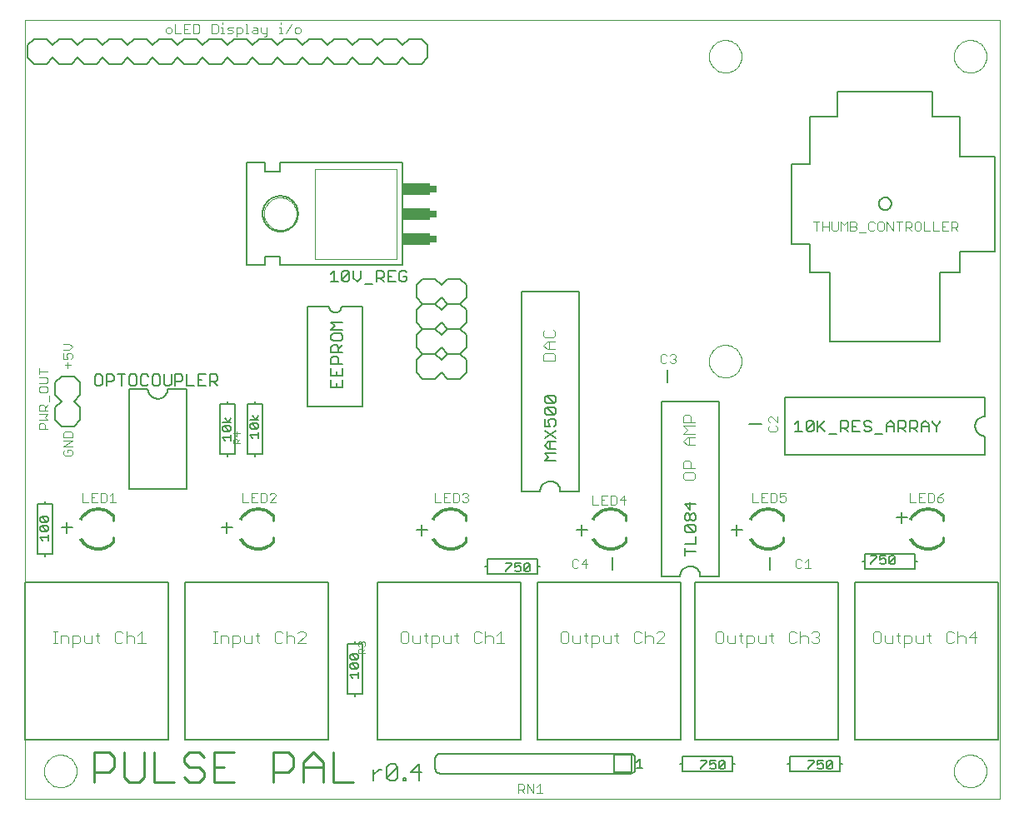
<source format=gto>
G75*
G70*
%OFA0B0*%
%FSLAX24Y24*%
%IPPOS*%
%LPD*%
%AMOC8*
5,1,8,0,0,1.08239X$1,22.5*
%
%ADD10C,0.0000*%
%ADD11C,0.0060*%
%ADD12C,0.0030*%
%ADD13C,0.0040*%
%ADD14C,0.0100*%
%ADD15C,0.0020*%
%ADD16C,0.0050*%
%ADD17C,0.0080*%
%ADD18R,0.0250X0.0300*%
%ADD19R,0.1100X0.0500*%
%ADD20C,0.0010*%
D10*
X011652Y000125D02*
X050644Y000125D01*
X050644Y031295D01*
X011652Y031295D01*
X011652Y000125D01*
X012402Y001225D02*
X012404Y001275D01*
X012410Y001325D01*
X012420Y001375D01*
X012433Y001423D01*
X012450Y001471D01*
X012471Y001517D01*
X012495Y001561D01*
X012523Y001603D01*
X012554Y001643D01*
X012588Y001680D01*
X012625Y001715D01*
X012664Y001746D01*
X012705Y001775D01*
X012749Y001800D01*
X012795Y001822D01*
X012842Y001840D01*
X012890Y001854D01*
X012939Y001865D01*
X012989Y001872D01*
X013039Y001875D01*
X013090Y001874D01*
X013140Y001869D01*
X013190Y001860D01*
X013238Y001848D01*
X013286Y001831D01*
X013332Y001811D01*
X013377Y001788D01*
X013420Y001761D01*
X013460Y001731D01*
X013498Y001698D01*
X013533Y001662D01*
X013566Y001623D01*
X013595Y001582D01*
X013621Y001539D01*
X013644Y001494D01*
X013663Y001447D01*
X013678Y001399D01*
X013690Y001350D01*
X013698Y001300D01*
X013702Y001250D01*
X013702Y001200D01*
X013698Y001150D01*
X013690Y001100D01*
X013678Y001051D01*
X013663Y001003D01*
X013644Y000956D01*
X013621Y000911D01*
X013595Y000868D01*
X013566Y000827D01*
X013533Y000788D01*
X013498Y000752D01*
X013460Y000719D01*
X013420Y000689D01*
X013377Y000662D01*
X013332Y000639D01*
X013286Y000619D01*
X013238Y000602D01*
X013190Y000590D01*
X013140Y000581D01*
X013090Y000576D01*
X013039Y000575D01*
X012989Y000578D01*
X012939Y000585D01*
X012890Y000596D01*
X012842Y000610D01*
X012795Y000628D01*
X012749Y000650D01*
X012705Y000675D01*
X012664Y000704D01*
X012625Y000735D01*
X012588Y000770D01*
X012554Y000807D01*
X012523Y000847D01*
X012495Y000889D01*
X012471Y000933D01*
X012450Y000979D01*
X012433Y001027D01*
X012420Y001075D01*
X012410Y001125D01*
X012404Y001175D01*
X012402Y001225D01*
X039002Y017625D02*
X039004Y017675D01*
X039010Y017725D01*
X039020Y017775D01*
X039033Y017823D01*
X039050Y017871D01*
X039071Y017917D01*
X039095Y017961D01*
X039123Y018003D01*
X039154Y018043D01*
X039188Y018080D01*
X039225Y018115D01*
X039264Y018146D01*
X039305Y018175D01*
X039349Y018200D01*
X039395Y018222D01*
X039442Y018240D01*
X039490Y018254D01*
X039539Y018265D01*
X039589Y018272D01*
X039639Y018275D01*
X039690Y018274D01*
X039740Y018269D01*
X039790Y018260D01*
X039838Y018248D01*
X039886Y018231D01*
X039932Y018211D01*
X039977Y018188D01*
X040020Y018161D01*
X040060Y018131D01*
X040098Y018098D01*
X040133Y018062D01*
X040166Y018023D01*
X040195Y017982D01*
X040221Y017939D01*
X040244Y017894D01*
X040263Y017847D01*
X040278Y017799D01*
X040290Y017750D01*
X040298Y017700D01*
X040302Y017650D01*
X040302Y017600D01*
X040298Y017550D01*
X040290Y017500D01*
X040278Y017451D01*
X040263Y017403D01*
X040244Y017356D01*
X040221Y017311D01*
X040195Y017268D01*
X040166Y017227D01*
X040133Y017188D01*
X040098Y017152D01*
X040060Y017119D01*
X040020Y017089D01*
X039977Y017062D01*
X039932Y017039D01*
X039886Y017019D01*
X039838Y017002D01*
X039790Y016990D01*
X039740Y016981D01*
X039690Y016976D01*
X039639Y016975D01*
X039589Y016978D01*
X039539Y016985D01*
X039490Y016996D01*
X039442Y017010D01*
X039395Y017028D01*
X039349Y017050D01*
X039305Y017075D01*
X039264Y017104D01*
X039225Y017135D01*
X039188Y017170D01*
X039154Y017207D01*
X039123Y017247D01*
X039095Y017289D01*
X039071Y017333D01*
X039050Y017379D01*
X039033Y017427D01*
X039020Y017475D01*
X039010Y017525D01*
X039004Y017575D01*
X039002Y017625D01*
X021202Y023525D02*
X021204Y023575D01*
X021210Y023625D01*
X021220Y023675D01*
X021233Y023723D01*
X021250Y023771D01*
X021271Y023817D01*
X021295Y023861D01*
X021323Y023903D01*
X021354Y023943D01*
X021388Y023980D01*
X021425Y024015D01*
X021464Y024046D01*
X021505Y024075D01*
X021549Y024100D01*
X021595Y024122D01*
X021642Y024140D01*
X021690Y024154D01*
X021739Y024165D01*
X021789Y024172D01*
X021839Y024175D01*
X021890Y024174D01*
X021940Y024169D01*
X021990Y024160D01*
X022038Y024148D01*
X022086Y024131D01*
X022132Y024111D01*
X022177Y024088D01*
X022220Y024061D01*
X022260Y024031D01*
X022298Y023998D01*
X022333Y023962D01*
X022366Y023923D01*
X022395Y023882D01*
X022421Y023839D01*
X022444Y023794D01*
X022463Y023747D01*
X022478Y023699D01*
X022490Y023650D01*
X022498Y023600D01*
X022502Y023550D01*
X022502Y023500D01*
X022498Y023450D01*
X022490Y023400D01*
X022478Y023351D01*
X022463Y023303D01*
X022444Y023256D01*
X022421Y023211D01*
X022395Y023168D01*
X022366Y023127D01*
X022333Y023088D01*
X022298Y023052D01*
X022260Y023019D01*
X022220Y022989D01*
X022177Y022962D01*
X022132Y022939D01*
X022086Y022919D01*
X022038Y022902D01*
X021990Y022890D01*
X021940Y022881D01*
X021890Y022876D01*
X021839Y022875D01*
X021789Y022878D01*
X021739Y022885D01*
X021690Y022896D01*
X021642Y022910D01*
X021595Y022928D01*
X021549Y022950D01*
X021505Y022975D01*
X021464Y023004D01*
X021425Y023035D01*
X021388Y023070D01*
X021354Y023107D01*
X021323Y023147D01*
X021295Y023189D01*
X021271Y023233D01*
X021250Y023279D01*
X021233Y023327D01*
X021220Y023375D01*
X021210Y023425D01*
X021204Y023475D01*
X021202Y023525D01*
X039002Y029825D02*
X039004Y029875D01*
X039010Y029925D01*
X039020Y029975D01*
X039033Y030023D01*
X039050Y030071D01*
X039071Y030117D01*
X039095Y030161D01*
X039123Y030203D01*
X039154Y030243D01*
X039188Y030280D01*
X039225Y030315D01*
X039264Y030346D01*
X039305Y030375D01*
X039349Y030400D01*
X039395Y030422D01*
X039442Y030440D01*
X039490Y030454D01*
X039539Y030465D01*
X039589Y030472D01*
X039639Y030475D01*
X039690Y030474D01*
X039740Y030469D01*
X039790Y030460D01*
X039838Y030448D01*
X039886Y030431D01*
X039932Y030411D01*
X039977Y030388D01*
X040020Y030361D01*
X040060Y030331D01*
X040098Y030298D01*
X040133Y030262D01*
X040166Y030223D01*
X040195Y030182D01*
X040221Y030139D01*
X040244Y030094D01*
X040263Y030047D01*
X040278Y029999D01*
X040290Y029950D01*
X040298Y029900D01*
X040302Y029850D01*
X040302Y029800D01*
X040298Y029750D01*
X040290Y029700D01*
X040278Y029651D01*
X040263Y029603D01*
X040244Y029556D01*
X040221Y029511D01*
X040195Y029468D01*
X040166Y029427D01*
X040133Y029388D01*
X040098Y029352D01*
X040060Y029319D01*
X040020Y029289D01*
X039977Y029262D01*
X039932Y029239D01*
X039886Y029219D01*
X039838Y029202D01*
X039790Y029190D01*
X039740Y029181D01*
X039690Y029176D01*
X039639Y029175D01*
X039589Y029178D01*
X039539Y029185D01*
X039490Y029196D01*
X039442Y029210D01*
X039395Y029228D01*
X039349Y029250D01*
X039305Y029275D01*
X039264Y029304D01*
X039225Y029335D01*
X039188Y029370D01*
X039154Y029407D01*
X039123Y029447D01*
X039095Y029489D01*
X039071Y029533D01*
X039050Y029579D01*
X039033Y029627D01*
X039020Y029675D01*
X039010Y029725D01*
X039004Y029775D01*
X039002Y029825D01*
X048802Y029825D02*
X048804Y029875D01*
X048810Y029925D01*
X048820Y029975D01*
X048833Y030023D01*
X048850Y030071D01*
X048871Y030117D01*
X048895Y030161D01*
X048923Y030203D01*
X048954Y030243D01*
X048988Y030280D01*
X049025Y030315D01*
X049064Y030346D01*
X049105Y030375D01*
X049149Y030400D01*
X049195Y030422D01*
X049242Y030440D01*
X049290Y030454D01*
X049339Y030465D01*
X049389Y030472D01*
X049439Y030475D01*
X049490Y030474D01*
X049540Y030469D01*
X049590Y030460D01*
X049638Y030448D01*
X049686Y030431D01*
X049732Y030411D01*
X049777Y030388D01*
X049820Y030361D01*
X049860Y030331D01*
X049898Y030298D01*
X049933Y030262D01*
X049966Y030223D01*
X049995Y030182D01*
X050021Y030139D01*
X050044Y030094D01*
X050063Y030047D01*
X050078Y029999D01*
X050090Y029950D01*
X050098Y029900D01*
X050102Y029850D01*
X050102Y029800D01*
X050098Y029750D01*
X050090Y029700D01*
X050078Y029651D01*
X050063Y029603D01*
X050044Y029556D01*
X050021Y029511D01*
X049995Y029468D01*
X049966Y029427D01*
X049933Y029388D01*
X049898Y029352D01*
X049860Y029319D01*
X049820Y029289D01*
X049777Y029262D01*
X049732Y029239D01*
X049686Y029219D01*
X049638Y029202D01*
X049590Y029190D01*
X049540Y029181D01*
X049490Y029176D01*
X049439Y029175D01*
X049389Y029178D01*
X049339Y029185D01*
X049290Y029196D01*
X049242Y029210D01*
X049195Y029228D01*
X049149Y029250D01*
X049105Y029275D01*
X049064Y029304D01*
X049025Y029335D01*
X048988Y029370D01*
X048954Y029407D01*
X048923Y029447D01*
X048895Y029489D01*
X048871Y029533D01*
X048850Y029579D01*
X048833Y029627D01*
X048820Y029675D01*
X048810Y029725D01*
X048804Y029775D01*
X048802Y029825D01*
X048802Y001225D02*
X048804Y001275D01*
X048810Y001325D01*
X048820Y001375D01*
X048833Y001423D01*
X048850Y001471D01*
X048871Y001517D01*
X048895Y001561D01*
X048923Y001603D01*
X048954Y001643D01*
X048988Y001680D01*
X049025Y001715D01*
X049064Y001746D01*
X049105Y001775D01*
X049149Y001800D01*
X049195Y001822D01*
X049242Y001840D01*
X049290Y001854D01*
X049339Y001865D01*
X049389Y001872D01*
X049439Y001875D01*
X049490Y001874D01*
X049540Y001869D01*
X049590Y001860D01*
X049638Y001848D01*
X049686Y001831D01*
X049732Y001811D01*
X049777Y001788D01*
X049820Y001761D01*
X049860Y001731D01*
X049898Y001698D01*
X049933Y001662D01*
X049966Y001623D01*
X049995Y001582D01*
X050021Y001539D01*
X050044Y001494D01*
X050063Y001447D01*
X050078Y001399D01*
X050090Y001350D01*
X050098Y001300D01*
X050102Y001250D01*
X050102Y001200D01*
X050098Y001150D01*
X050090Y001100D01*
X050078Y001051D01*
X050063Y001003D01*
X050044Y000956D01*
X050021Y000911D01*
X049995Y000868D01*
X049966Y000827D01*
X049933Y000788D01*
X049898Y000752D01*
X049860Y000719D01*
X049820Y000689D01*
X049777Y000662D01*
X049732Y000639D01*
X049686Y000619D01*
X049638Y000602D01*
X049590Y000590D01*
X049540Y000581D01*
X049490Y000576D01*
X049439Y000575D01*
X049389Y000578D01*
X049339Y000585D01*
X049290Y000596D01*
X049242Y000610D01*
X049195Y000628D01*
X049149Y000650D01*
X049105Y000675D01*
X049064Y000704D01*
X049025Y000735D01*
X048988Y000770D01*
X048954Y000807D01*
X048923Y000847D01*
X048895Y000889D01*
X048871Y000933D01*
X048850Y000979D01*
X048833Y001027D01*
X048820Y001075D01*
X048810Y001125D01*
X048804Y001175D01*
X048802Y001225D01*
D11*
X043941Y001362D02*
X043884Y001305D01*
X043771Y001305D01*
X043714Y001362D01*
X043941Y001589D01*
X043941Y001362D01*
X043941Y001589D02*
X043884Y001645D01*
X043771Y001645D01*
X043714Y001589D01*
X043714Y001362D01*
X043573Y001362D02*
X043516Y001305D01*
X043402Y001305D01*
X043346Y001362D01*
X043346Y001475D02*
X043459Y001532D01*
X043516Y001532D01*
X043573Y001475D01*
X043573Y001362D01*
X043346Y001475D02*
X043346Y001645D01*
X043573Y001645D01*
X043204Y001645D02*
X043204Y001589D01*
X042977Y001362D01*
X042977Y001305D01*
X042977Y001645D02*
X043204Y001645D01*
X039641Y001589D02*
X039641Y001362D01*
X039584Y001305D01*
X039471Y001305D01*
X039414Y001362D01*
X039641Y001589D01*
X039584Y001645D01*
X039471Y001645D01*
X039414Y001589D01*
X039414Y001362D01*
X039273Y001362D02*
X039216Y001305D01*
X039102Y001305D01*
X039046Y001362D01*
X039046Y001475D02*
X039159Y001532D01*
X039216Y001532D01*
X039273Y001475D01*
X039273Y001362D01*
X039046Y001475D02*
X039046Y001645D01*
X039273Y001645D01*
X038904Y001645D02*
X038904Y001589D01*
X038677Y001362D01*
X038677Y001305D01*
X038677Y001645D02*
X038904Y001645D01*
X036052Y001725D02*
X036052Y001325D01*
X036050Y001299D01*
X036045Y001273D01*
X036037Y001248D01*
X036025Y001225D01*
X036011Y001203D01*
X035993Y001184D01*
X035974Y001166D01*
X035952Y001152D01*
X035929Y001140D01*
X035904Y001132D01*
X035878Y001127D01*
X035852Y001125D01*
X028252Y001125D01*
X028226Y001127D01*
X028200Y001132D01*
X028175Y001140D01*
X028152Y001152D01*
X028130Y001166D01*
X028111Y001184D01*
X028093Y001203D01*
X028079Y001225D01*
X028067Y001248D01*
X028059Y001273D01*
X028054Y001299D01*
X028052Y001325D01*
X028052Y001725D01*
X028054Y001751D01*
X028059Y001777D01*
X028067Y001802D01*
X028079Y001825D01*
X028093Y001847D01*
X028111Y001866D01*
X028130Y001884D01*
X028152Y001898D01*
X028175Y001910D01*
X028200Y001918D01*
X028226Y001923D01*
X028252Y001925D01*
X035852Y001925D01*
X035902Y001875D02*
X035202Y001875D01*
X035202Y001175D01*
X035902Y001175D01*
X035902Y001875D01*
X035852Y001925D02*
X035878Y001923D01*
X035904Y001918D01*
X035929Y001910D01*
X035952Y001898D01*
X035974Y001884D01*
X035993Y001866D01*
X036011Y001847D01*
X036025Y001825D01*
X036037Y001802D01*
X036045Y001777D01*
X036050Y001751D01*
X036052Y001725D01*
X027513Y001175D02*
X027086Y001175D01*
X027407Y001496D01*
X027407Y000855D01*
X026871Y000855D02*
X026871Y000962D01*
X026764Y000962D01*
X026764Y000855D01*
X026871Y000855D01*
X026547Y000962D02*
X026440Y000855D01*
X026226Y000855D01*
X026119Y000962D01*
X026547Y001389D01*
X026547Y000962D01*
X026547Y001389D02*
X026440Y001496D01*
X026226Y001496D01*
X026119Y001389D01*
X026119Y000962D01*
X025903Y001282D02*
X025796Y001282D01*
X025582Y001069D01*
X025582Y001282D02*
X025582Y000855D01*
X024972Y004955D02*
X024972Y005182D01*
X024972Y005068D02*
X024632Y005068D01*
X024746Y004955D01*
X024689Y005323D02*
X024632Y005380D01*
X024632Y005493D01*
X024689Y005550D01*
X024916Y005323D01*
X024972Y005380D01*
X024972Y005493D01*
X024916Y005550D01*
X024689Y005550D01*
X024689Y005692D02*
X024632Y005748D01*
X024632Y005862D01*
X024689Y005918D01*
X024916Y005692D01*
X024972Y005748D01*
X024972Y005862D01*
X024916Y005918D01*
X024689Y005918D01*
X024689Y005692D02*
X024916Y005692D01*
X024916Y005323D02*
X024689Y005323D01*
X030877Y009205D02*
X030877Y009262D01*
X031104Y009489D01*
X031104Y009545D01*
X030877Y009545D01*
X031246Y009545D02*
X031246Y009375D01*
X031359Y009432D01*
X031416Y009432D01*
X031473Y009375D01*
X031473Y009262D01*
X031416Y009205D01*
X031302Y009205D01*
X031246Y009262D01*
X031246Y009545D02*
X031473Y009545D01*
X031614Y009489D02*
X031671Y009545D01*
X031784Y009545D01*
X031841Y009489D01*
X031614Y009262D01*
X031671Y009205D01*
X031784Y009205D01*
X031841Y009262D01*
X031841Y009489D01*
X031614Y009489D02*
X031614Y009262D01*
X033695Y010875D02*
X034122Y010875D01*
X033909Y011089D02*
X033909Y010662D01*
X033802Y012425D02*
X033052Y012425D01*
X033050Y012464D01*
X033044Y012503D01*
X033035Y012541D01*
X033022Y012578D01*
X033005Y012614D01*
X032985Y012647D01*
X032961Y012679D01*
X032935Y012708D01*
X032906Y012734D01*
X032874Y012758D01*
X032841Y012778D01*
X032805Y012795D01*
X032768Y012808D01*
X032730Y012817D01*
X032691Y012823D01*
X032652Y012825D01*
X032613Y012823D01*
X032574Y012817D01*
X032536Y012808D01*
X032499Y012795D01*
X032463Y012778D01*
X032430Y012758D01*
X032398Y012734D01*
X032369Y012708D01*
X032343Y012679D01*
X032319Y012647D01*
X032299Y012614D01*
X032282Y012578D01*
X032269Y012541D01*
X032260Y012503D01*
X032254Y012464D01*
X032252Y012425D01*
X031502Y012425D01*
X031502Y020425D01*
X033802Y020425D01*
X033802Y012425D01*
X037102Y009025D02*
X037852Y009025D01*
X037854Y009064D01*
X037860Y009103D01*
X037869Y009141D01*
X037882Y009178D01*
X037899Y009214D01*
X037919Y009247D01*
X037943Y009279D01*
X037969Y009308D01*
X037998Y009334D01*
X038030Y009358D01*
X038063Y009378D01*
X038099Y009395D01*
X038136Y009408D01*
X038174Y009417D01*
X038213Y009423D01*
X038252Y009425D01*
X038291Y009423D01*
X038330Y009417D01*
X038368Y009408D01*
X038405Y009395D01*
X038441Y009378D01*
X038474Y009358D01*
X038506Y009334D01*
X038535Y009308D01*
X038561Y009279D01*
X038585Y009247D01*
X038605Y009214D01*
X038622Y009178D01*
X038635Y009141D01*
X038644Y009103D01*
X038650Y009064D01*
X038652Y009025D01*
X039402Y009025D01*
X039402Y016025D01*
X037102Y016025D01*
X037102Y009025D01*
X039895Y010875D02*
X040322Y010875D01*
X040109Y011089D02*
X040109Y010662D01*
X042052Y013875D02*
X042052Y016175D01*
X050052Y016175D01*
X050052Y015425D01*
X050013Y015423D01*
X049974Y015417D01*
X049936Y015408D01*
X049899Y015395D01*
X049863Y015378D01*
X049830Y015358D01*
X049798Y015334D01*
X049769Y015308D01*
X049743Y015279D01*
X049719Y015247D01*
X049699Y015214D01*
X049682Y015178D01*
X049669Y015141D01*
X049660Y015103D01*
X049654Y015064D01*
X049652Y015025D01*
X049654Y014986D01*
X049660Y014947D01*
X049669Y014909D01*
X049682Y014872D01*
X049699Y014836D01*
X049719Y014803D01*
X049743Y014771D01*
X049769Y014742D01*
X049798Y014716D01*
X049830Y014692D01*
X049863Y014672D01*
X049899Y014655D01*
X049936Y014642D01*
X049974Y014633D01*
X050013Y014627D01*
X050052Y014625D01*
X050052Y013875D01*
X042052Y013875D01*
X046495Y011375D02*
X046922Y011375D01*
X046709Y011589D02*
X046709Y011162D01*
X046389Y009845D02*
X046446Y009789D01*
X046219Y009562D01*
X046276Y009505D01*
X046389Y009505D01*
X046446Y009562D01*
X046446Y009789D01*
X046389Y009845D02*
X046276Y009845D01*
X046219Y009789D01*
X046219Y009562D01*
X046078Y009562D02*
X046021Y009505D01*
X045907Y009505D01*
X045851Y009562D01*
X045851Y009675D02*
X045964Y009732D01*
X046021Y009732D01*
X046078Y009675D01*
X046078Y009562D01*
X045851Y009675D02*
X045851Y009845D01*
X046078Y009845D01*
X045709Y009845D02*
X045709Y009789D01*
X045482Y009562D01*
X045482Y009505D01*
X045482Y009845D02*
X045709Y009845D01*
X027722Y010875D02*
X027295Y010875D01*
X027509Y010662D02*
X027509Y011089D01*
X020972Y014555D02*
X020972Y014782D01*
X020972Y014668D02*
X020632Y014668D01*
X020746Y014555D01*
X020689Y014923D02*
X020632Y014980D01*
X020632Y015093D01*
X020689Y015150D01*
X020916Y014923D01*
X020972Y014980D01*
X020972Y015093D01*
X020916Y015150D01*
X020689Y015150D01*
X020632Y015292D02*
X020972Y015292D01*
X020859Y015292D02*
X020746Y015462D01*
X020859Y015292D02*
X020972Y015462D01*
X020916Y014923D02*
X020689Y014923D01*
X019872Y014880D02*
X019816Y014823D01*
X019589Y015050D01*
X019816Y015050D01*
X019872Y014993D01*
X019872Y014880D01*
X019816Y014823D02*
X019589Y014823D01*
X019532Y014880D01*
X019532Y014993D01*
X019589Y015050D01*
X019532Y015192D02*
X019872Y015192D01*
X019759Y015192D02*
X019646Y015362D01*
X019759Y015192D02*
X019872Y015362D01*
X019872Y014682D02*
X019872Y014455D01*
X019872Y014568D02*
X019532Y014568D01*
X019646Y014455D01*
X018102Y012525D02*
X015802Y012525D01*
X015802Y016525D01*
X016552Y016525D01*
X016554Y016486D01*
X016560Y016447D01*
X016569Y016409D01*
X016582Y016372D01*
X016599Y016336D01*
X016619Y016303D01*
X016643Y016271D01*
X016669Y016242D01*
X016698Y016216D01*
X016730Y016192D01*
X016763Y016172D01*
X016799Y016155D01*
X016836Y016142D01*
X016874Y016133D01*
X016913Y016127D01*
X016952Y016125D01*
X016991Y016127D01*
X017030Y016133D01*
X017068Y016142D01*
X017105Y016155D01*
X017141Y016172D01*
X017174Y016192D01*
X017206Y016216D01*
X017235Y016242D01*
X017261Y016271D01*
X017285Y016303D01*
X017305Y016336D01*
X017322Y016372D01*
X017335Y016409D01*
X017344Y016447D01*
X017350Y016486D01*
X017352Y016525D01*
X018102Y016525D01*
X018102Y012525D01*
X019709Y011189D02*
X019709Y010762D01*
X019922Y010975D02*
X019495Y010975D01*
X013522Y010975D02*
X013095Y010975D01*
X013309Y010762D02*
X013309Y011189D01*
X012572Y011248D02*
X012516Y011192D01*
X012289Y011418D01*
X012516Y011418D01*
X012572Y011362D01*
X012572Y011248D01*
X012516Y011192D02*
X012289Y011192D01*
X012232Y011248D01*
X012232Y011362D01*
X012289Y011418D01*
X012289Y011050D02*
X012516Y010823D01*
X012572Y010880D01*
X012572Y010993D01*
X012516Y011050D01*
X012289Y011050D01*
X012232Y010993D01*
X012232Y010880D01*
X012289Y010823D01*
X012516Y010823D01*
X012572Y010682D02*
X012572Y010455D01*
X012572Y010568D02*
X012232Y010568D01*
X012346Y010455D01*
X022952Y015825D02*
X025152Y015825D01*
X025152Y019825D01*
X024302Y019825D01*
X024300Y019795D01*
X024295Y019765D01*
X024286Y019736D01*
X024273Y019709D01*
X024258Y019683D01*
X024239Y019659D01*
X024218Y019638D01*
X024194Y019619D01*
X024168Y019604D01*
X024141Y019591D01*
X024112Y019582D01*
X024082Y019577D01*
X024052Y019575D01*
X024022Y019577D01*
X023992Y019582D01*
X023963Y019591D01*
X023936Y019604D01*
X023910Y019619D01*
X023886Y019638D01*
X023865Y019659D01*
X023846Y019683D01*
X023831Y019709D01*
X023818Y019736D01*
X023809Y019765D01*
X023804Y019795D01*
X023802Y019825D01*
X022952Y019825D01*
X022952Y015825D01*
X021852Y021475D02*
X021852Y021825D01*
X021252Y021825D01*
X021252Y021475D01*
X020502Y021475D01*
X020502Y025575D01*
X021252Y025575D01*
X021252Y025225D01*
X021852Y025225D01*
X021852Y025575D01*
X026752Y025575D01*
X026752Y021475D01*
X021852Y021475D01*
X021142Y023525D02*
X021144Y023578D01*
X021150Y023631D01*
X021160Y023683D01*
X021174Y023734D01*
X021191Y023784D01*
X021212Y023833D01*
X021237Y023880D01*
X021265Y023925D01*
X021297Y023968D01*
X021332Y024008D01*
X021369Y024045D01*
X021409Y024080D01*
X021452Y024112D01*
X021497Y024140D01*
X021544Y024165D01*
X021593Y024186D01*
X021643Y024203D01*
X021694Y024217D01*
X021746Y024227D01*
X021799Y024233D01*
X021852Y024235D01*
X021905Y024233D01*
X021958Y024227D01*
X022010Y024217D01*
X022061Y024203D01*
X022111Y024186D01*
X022160Y024165D01*
X022207Y024140D01*
X022252Y024112D01*
X022295Y024080D01*
X022335Y024045D01*
X022372Y024008D01*
X022407Y023968D01*
X022439Y023925D01*
X022467Y023880D01*
X022492Y023833D01*
X022513Y023784D01*
X022530Y023734D01*
X022544Y023683D01*
X022554Y023631D01*
X022560Y023578D01*
X022562Y023525D01*
X022560Y023472D01*
X022554Y023419D01*
X022544Y023367D01*
X022530Y023316D01*
X022513Y023266D01*
X022492Y023217D01*
X022467Y023170D01*
X022439Y023125D01*
X022407Y023082D01*
X022372Y023042D01*
X022335Y023005D01*
X022295Y022970D01*
X022252Y022938D01*
X022207Y022910D01*
X022160Y022885D01*
X022111Y022864D01*
X022061Y022847D01*
X022010Y022833D01*
X021958Y022823D01*
X021905Y022817D01*
X021852Y022815D01*
X021799Y022817D01*
X021746Y022823D01*
X021694Y022833D01*
X021643Y022847D01*
X021593Y022864D01*
X021544Y022885D01*
X021497Y022910D01*
X021452Y022938D01*
X021409Y022970D01*
X021369Y023005D01*
X021332Y023042D01*
X021297Y023082D01*
X021265Y023125D01*
X021237Y023170D01*
X021212Y023217D01*
X021191Y023266D01*
X021174Y023316D01*
X021160Y023367D01*
X021150Y023419D01*
X021144Y023472D01*
X021142Y023525D01*
D12*
X013537Y018200D02*
X013414Y018324D01*
X013167Y018324D01*
X013167Y018077D02*
X013414Y018077D01*
X013537Y018200D01*
X013476Y017955D02*
X013537Y017893D01*
X013537Y017770D01*
X013476Y017708D01*
X013352Y017708D02*
X013290Y017832D01*
X013290Y017893D01*
X013352Y017955D01*
X013476Y017955D01*
X013352Y017708D02*
X013167Y017708D01*
X013167Y017955D01*
X013352Y017587D02*
X013352Y017340D01*
X013229Y017463D02*
X013476Y017463D01*
X013476Y014824D02*
X013229Y014824D01*
X013167Y014762D01*
X013167Y014577D01*
X013537Y014577D01*
X013537Y014762D01*
X013476Y014824D01*
X013537Y014455D02*
X013167Y014455D01*
X013167Y014208D02*
X013537Y014455D01*
X013537Y014208D02*
X013167Y014208D01*
X013229Y014087D02*
X013167Y014025D01*
X013167Y013902D01*
X013229Y013840D01*
X013476Y013840D01*
X013537Y013902D01*
X013537Y014025D01*
X013476Y014087D01*
X013352Y014087D01*
X013352Y013963D01*
X033531Y009649D02*
X033531Y009402D01*
X033592Y009340D01*
X033716Y009340D01*
X033778Y009402D01*
X033899Y009525D02*
X034146Y009525D01*
X034084Y009340D02*
X034084Y009710D01*
X033899Y009525D01*
X033778Y009649D02*
X033716Y009710D01*
X033592Y009710D01*
X033531Y009649D01*
X041367Y014865D02*
X041429Y014803D01*
X041676Y014803D01*
X041737Y014865D01*
X041737Y014989D01*
X041676Y015050D01*
X041737Y015172D02*
X041490Y015419D01*
X041429Y015419D01*
X041367Y015357D01*
X041367Y015233D01*
X041429Y015172D01*
X041429Y015050D02*
X041367Y014989D01*
X041367Y014865D01*
X041737Y015172D02*
X041737Y015419D01*
X037683Y017602D02*
X037621Y017540D01*
X037497Y017540D01*
X037436Y017602D01*
X037314Y017602D02*
X037253Y017540D01*
X037129Y017540D01*
X037067Y017602D01*
X037067Y017849D01*
X037129Y017910D01*
X037253Y017910D01*
X037314Y017849D01*
X037436Y017849D02*
X037497Y017910D01*
X037621Y017910D01*
X037683Y017849D01*
X037683Y017787D01*
X037621Y017725D01*
X037683Y017663D01*
X037683Y017602D01*
X037621Y017725D02*
X037559Y017725D01*
X045016Y022778D02*
X045263Y022778D01*
X045384Y022902D02*
X045446Y022840D01*
X045569Y022840D01*
X045631Y022902D01*
X045753Y022902D02*
X045814Y022840D01*
X045938Y022840D01*
X045999Y022902D01*
X045999Y023149D01*
X045938Y023210D01*
X045814Y023210D01*
X045753Y023149D01*
X045753Y022902D01*
X045631Y023149D02*
X045569Y023210D01*
X045446Y023210D01*
X045384Y023149D01*
X045384Y022902D01*
X044894Y022902D02*
X044833Y022840D01*
X044648Y022840D01*
X044648Y023210D01*
X044833Y023210D01*
X044894Y023149D01*
X044894Y023087D01*
X044833Y023025D01*
X044648Y023025D01*
X044833Y023025D02*
X044894Y022963D01*
X044894Y022902D01*
X044526Y022840D02*
X044526Y023210D01*
X044403Y023087D01*
X044279Y023210D01*
X044279Y022840D01*
X044158Y022902D02*
X044158Y023210D01*
X043911Y023210D02*
X043911Y022902D01*
X043973Y022840D01*
X044096Y022840D01*
X044158Y022902D01*
X043790Y022840D02*
X043790Y023210D01*
X043790Y023025D02*
X043543Y023025D01*
X043543Y022840D02*
X043543Y023210D01*
X043421Y023210D02*
X043174Y023210D01*
X043298Y023210D02*
X043298Y022840D01*
X046121Y022840D02*
X046121Y023210D01*
X046368Y022840D01*
X046368Y023210D01*
X046489Y023210D02*
X046736Y023210D01*
X046857Y023210D02*
X047043Y023210D01*
X047104Y023149D01*
X047104Y023025D01*
X047043Y022963D01*
X046857Y022963D01*
X046857Y022840D02*
X046857Y023210D01*
X046613Y023210D02*
X046613Y022840D01*
X046981Y022963D02*
X047104Y022840D01*
X047226Y022902D02*
X047226Y023149D01*
X047288Y023210D01*
X047411Y023210D01*
X047473Y023149D01*
X047473Y022902D01*
X047411Y022840D01*
X047288Y022840D01*
X047226Y022902D01*
X047594Y022840D02*
X047841Y022840D01*
X047962Y022840D02*
X048209Y022840D01*
X048331Y022840D02*
X048578Y022840D01*
X048699Y022840D02*
X048699Y023210D01*
X048884Y023210D01*
X048946Y023149D01*
X048946Y023025D01*
X048884Y022963D01*
X048699Y022963D01*
X048822Y022963D02*
X048946Y022840D01*
X048578Y023210D02*
X048331Y023210D01*
X048331Y022840D01*
X048331Y023025D02*
X048454Y023025D01*
X047962Y023210D02*
X047962Y022840D01*
X047594Y022840D02*
X047594Y023210D01*
X042959Y009710D02*
X042959Y009340D01*
X042836Y009340D02*
X043083Y009340D01*
X042836Y009587D02*
X042959Y009710D01*
X042714Y009649D02*
X042653Y009710D01*
X042529Y009710D01*
X042467Y009649D01*
X042467Y009402D01*
X042529Y009340D01*
X042653Y009340D01*
X042714Y009402D01*
X022609Y030740D02*
X022485Y030740D01*
X022424Y030802D01*
X022424Y030925D01*
X022485Y030987D01*
X022609Y030987D01*
X022671Y030925D01*
X022671Y030802D01*
X022609Y030740D01*
X022302Y031110D02*
X022055Y030740D01*
X021933Y030740D02*
X021810Y030740D01*
X021872Y030740D02*
X021872Y030987D01*
X021810Y030987D01*
X021872Y031110D02*
X021872Y031172D01*
X021320Y030987D02*
X021320Y030678D01*
X021258Y030617D01*
X021197Y030617D01*
X021135Y030740D02*
X021320Y030740D01*
X021135Y030740D02*
X021073Y030802D01*
X021073Y030987D01*
X020952Y030925D02*
X020952Y030740D01*
X020767Y030740D01*
X020705Y030802D01*
X020767Y030863D01*
X020952Y030863D01*
X020952Y030925D02*
X020890Y030987D01*
X020767Y030987D01*
X020521Y031110D02*
X020459Y031110D01*
X020521Y031110D02*
X020521Y030740D01*
X020459Y030740D02*
X020583Y030740D01*
X020338Y030802D02*
X020276Y030740D01*
X020091Y030740D01*
X020091Y030617D02*
X020091Y030987D01*
X020276Y030987D01*
X020338Y030925D01*
X020338Y030802D01*
X019970Y030802D02*
X019908Y030740D01*
X019723Y030740D01*
X019601Y030740D02*
X019477Y030740D01*
X019539Y030740D02*
X019539Y030987D01*
X019477Y030987D01*
X019356Y031049D02*
X019294Y031110D01*
X019109Y031110D01*
X019109Y030740D01*
X019294Y030740D01*
X019356Y030802D01*
X019356Y031049D01*
X019539Y031110D02*
X019539Y031172D01*
X019785Y030987D02*
X019970Y030987D01*
X019908Y030863D02*
X019785Y030863D01*
X019723Y030925D01*
X019785Y030987D01*
X019908Y030863D02*
X019970Y030802D01*
X018619Y030802D02*
X018557Y030740D01*
X018372Y030740D01*
X018372Y031110D01*
X018557Y031110D01*
X018619Y031049D01*
X018619Y030802D01*
X018251Y030740D02*
X018004Y030740D01*
X018004Y031110D01*
X018251Y031110D01*
X018127Y030925D02*
X018004Y030925D01*
X017883Y030740D02*
X017636Y030740D01*
X017636Y031110D01*
X017453Y030987D02*
X017329Y030987D01*
X017267Y030925D01*
X017267Y030802D01*
X017329Y030740D01*
X017453Y030740D01*
X017514Y030802D01*
X017514Y030925D01*
X017453Y030987D01*
D13*
X032372Y018796D02*
X032372Y018643D01*
X032449Y018566D01*
X032756Y018566D01*
X032832Y018643D01*
X032832Y018796D01*
X032756Y018873D01*
X032449Y018873D02*
X032372Y018796D01*
X032525Y018412D02*
X032832Y018412D01*
X032602Y018412D02*
X032602Y018105D01*
X032525Y018105D02*
X032372Y018259D01*
X032525Y018412D01*
X032525Y018105D02*
X032832Y018105D01*
X032756Y017952D02*
X032449Y017952D01*
X032372Y017875D01*
X032372Y017645D01*
X032832Y017645D01*
X032832Y017875D01*
X032756Y017952D01*
X037972Y015415D02*
X037972Y015185D01*
X038432Y015185D01*
X038279Y015185D02*
X038279Y015415D01*
X038202Y015492D01*
X038049Y015492D01*
X037972Y015415D01*
X037972Y015031D02*
X038432Y015031D01*
X038432Y014724D02*
X037972Y014724D01*
X038125Y014878D01*
X037972Y015031D01*
X038125Y014571D02*
X038432Y014571D01*
X038202Y014571D02*
X038202Y014264D01*
X038125Y014264D02*
X037972Y014417D01*
X038125Y014571D01*
X038125Y014264D02*
X038432Y014264D01*
X038202Y013650D02*
X038279Y013573D01*
X038279Y013343D01*
X038432Y013343D02*
X037972Y013343D01*
X037972Y013573D01*
X038049Y013650D01*
X038202Y013650D01*
X038049Y013190D02*
X037972Y013113D01*
X037972Y012959D01*
X038049Y012883D01*
X038356Y012883D01*
X038432Y012959D01*
X038432Y013113D01*
X038356Y013190D01*
X038049Y013190D01*
X035607Y012255D02*
X035607Y011895D01*
X035668Y012075D02*
X035427Y012075D01*
X035607Y012255D01*
X035299Y012195D02*
X035299Y011955D01*
X035239Y011895D01*
X035059Y011895D01*
X035059Y012255D01*
X035239Y012255D01*
X035299Y012195D01*
X034931Y012255D02*
X034691Y012255D01*
X034691Y011895D01*
X034931Y011895D01*
X034811Y012075D02*
X034691Y012075D01*
X034563Y011895D02*
X034322Y011895D01*
X034322Y012255D01*
X029368Y012235D02*
X029307Y012175D01*
X029368Y012115D01*
X029368Y012055D01*
X029307Y011995D01*
X029187Y011995D01*
X029127Y012055D01*
X028999Y012055D02*
X028999Y012295D01*
X028939Y012355D01*
X028759Y012355D01*
X028759Y011995D01*
X028939Y011995D01*
X028999Y012055D01*
X029127Y012295D02*
X029187Y012355D01*
X029307Y012355D01*
X029368Y012295D01*
X029368Y012235D01*
X029307Y012175D02*
X029247Y012175D01*
X028631Y011995D02*
X028391Y011995D01*
X028391Y012355D01*
X028631Y012355D01*
X028511Y012175D02*
X028391Y012175D01*
X028263Y011995D02*
X028022Y011995D01*
X028022Y012355D01*
X021668Y012295D02*
X021607Y012355D01*
X021487Y012355D01*
X021427Y012295D01*
X021299Y012295D02*
X021239Y012355D01*
X021059Y012355D01*
X021059Y011995D01*
X021239Y011995D01*
X021299Y012055D01*
X021299Y012295D01*
X021427Y011995D02*
X021668Y012235D01*
X021668Y012295D01*
X021668Y011995D02*
X021427Y011995D01*
X020931Y011995D02*
X020691Y011995D01*
X020691Y012355D01*
X020931Y012355D01*
X020811Y012175D02*
X020691Y012175D01*
X020563Y011995D02*
X020322Y011995D01*
X020322Y012355D01*
X015268Y011995D02*
X015027Y011995D01*
X015147Y011995D02*
X015147Y012355D01*
X015027Y012235D01*
X014899Y012295D02*
X014839Y012355D01*
X014659Y012355D01*
X014659Y011995D01*
X014839Y011995D01*
X014899Y012055D01*
X014899Y012295D01*
X014531Y012355D02*
X014291Y012355D01*
X014291Y011995D01*
X014531Y011995D01*
X014411Y012175D02*
X014291Y012175D01*
X014163Y011995D02*
X013922Y011995D01*
X013922Y012355D01*
X012552Y014897D02*
X012192Y014897D01*
X012192Y015077D01*
X012252Y015137D01*
X012372Y015137D01*
X012432Y015077D01*
X012432Y014897D01*
X012552Y015265D02*
X012192Y015265D01*
X012192Y015505D02*
X012552Y015505D01*
X012432Y015385D01*
X012552Y015265D01*
X012552Y015633D02*
X012192Y015633D01*
X012192Y015814D01*
X012252Y015874D01*
X012372Y015874D01*
X012432Y015814D01*
X012432Y015633D01*
X012432Y015754D02*
X012552Y015874D01*
X012612Y016002D02*
X012612Y016242D01*
X012492Y016370D02*
X012552Y016430D01*
X012552Y016550D01*
X012492Y016610D01*
X012252Y016610D01*
X012192Y016550D01*
X012192Y016430D01*
X012252Y016370D01*
X012492Y016370D01*
X012492Y016738D02*
X012192Y016738D01*
X012192Y016979D02*
X012492Y016979D01*
X012552Y016919D01*
X012552Y016798D01*
X012492Y016738D01*
X012192Y017107D02*
X012192Y017347D01*
X012192Y017227D02*
X012552Y017227D01*
X012772Y006805D02*
X012926Y006805D01*
X012849Y006805D02*
X012849Y006345D01*
X012772Y006345D02*
X012926Y006345D01*
X013079Y006345D02*
X013079Y006652D01*
X013309Y006652D01*
X013386Y006575D01*
X013386Y006345D01*
X013540Y006345D02*
X013770Y006345D01*
X013847Y006422D01*
X013847Y006575D01*
X013770Y006652D01*
X013540Y006652D01*
X013540Y006192D01*
X014000Y006422D02*
X014077Y006345D01*
X014307Y006345D01*
X014307Y006652D01*
X014460Y006652D02*
X014614Y006652D01*
X014537Y006729D02*
X014537Y006422D01*
X014614Y006345D01*
X015228Y006422D02*
X015228Y006729D01*
X015305Y006805D01*
X015458Y006805D01*
X015535Y006729D01*
X015688Y006805D02*
X015688Y006345D01*
X015535Y006422D02*
X015458Y006345D01*
X015305Y006345D01*
X015228Y006422D01*
X015688Y006575D02*
X015765Y006652D01*
X015918Y006652D01*
X015995Y006575D01*
X015995Y006345D01*
X016149Y006345D02*
X016456Y006345D01*
X016302Y006345D02*
X016302Y006805D01*
X016149Y006652D01*
X014000Y006652D02*
X014000Y006422D01*
X019172Y006345D02*
X019326Y006345D01*
X019249Y006345D02*
X019249Y006805D01*
X019172Y006805D02*
X019326Y006805D01*
X019479Y006652D02*
X019709Y006652D01*
X019786Y006575D01*
X019786Y006345D01*
X019940Y006345D02*
X020170Y006345D01*
X020247Y006422D01*
X020247Y006575D01*
X020170Y006652D01*
X019940Y006652D01*
X019940Y006192D01*
X019479Y006345D02*
X019479Y006652D01*
X020400Y006652D02*
X020400Y006422D01*
X020477Y006345D01*
X020707Y006345D01*
X020707Y006652D01*
X020860Y006652D02*
X021014Y006652D01*
X020937Y006729D02*
X020937Y006422D01*
X021014Y006345D01*
X021628Y006422D02*
X021628Y006729D01*
X021705Y006805D01*
X021858Y006805D01*
X021935Y006729D01*
X022088Y006805D02*
X022088Y006345D01*
X021935Y006422D02*
X021858Y006345D01*
X021705Y006345D01*
X021628Y006422D01*
X022088Y006575D02*
X022165Y006652D01*
X022318Y006652D01*
X022395Y006575D01*
X022395Y006345D01*
X022549Y006345D02*
X022856Y006652D01*
X022856Y006729D01*
X022779Y006805D01*
X022625Y006805D01*
X022549Y006729D01*
X022549Y006345D02*
X022856Y006345D01*
X026672Y006422D02*
X026749Y006345D01*
X026903Y006345D01*
X026979Y006422D01*
X026979Y006729D01*
X026903Y006805D01*
X026749Y006805D01*
X026672Y006729D01*
X026672Y006422D01*
X027133Y006422D02*
X027209Y006345D01*
X027440Y006345D01*
X027440Y006652D01*
X027593Y006652D02*
X027747Y006652D01*
X027670Y006729D02*
X027670Y006422D01*
X027747Y006345D01*
X027900Y006345D02*
X028130Y006345D01*
X028207Y006422D01*
X028207Y006575D01*
X028130Y006652D01*
X027900Y006652D01*
X027900Y006192D01*
X028360Y006422D02*
X028437Y006345D01*
X028667Y006345D01*
X028667Y006652D01*
X028821Y006652D02*
X028974Y006652D01*
X028898Y006729D02*
X028898Y006422D01*
X028974Y006345D01*
X028360Y006422D02*
X028360Y006652D01*
X029588Y006729D02*
X029588Y006422D01*
X029665Y006345D01*
X029818Y006345D01*
X029895Y006422D01*
X030049Y006345D02*
X030049Y006805D01*
X030125Y006652D02*
X030279Y006652D01*
X030356Y006575D01*
X030356Y006345D01*
X030509Y006345D02*
X030816Y006345D01*
X030662Y006345D02*
X030662Y006805D01*
X030509Y006652D01*
X030125Y006652D02*
X030049Y006575D01*
X029895Y006729D02*
X029818Y006805D01*
X029665Y006805D01*
X029588Y006729D01*
X027133Y006652D02*
X027133Y006422D01*
X033072Y006422D02*
X033149Y006345D01*
X033303Y006345D01*
X033379Y006422D01*
X033379Y006729D01*
X033303Y006805D01*
X033149Y006805D01*
X033072Y006729D01*
X033072Y006422D01*
X033533Y006422D02*
X033609Y006345D01*
X033840Y006345D01*
X033840Y006652D01*
X033993Y006652D02*
X034147Y006652D01*
X034070Y006729D02*
X034070Y006422D01*
X034147Y006345D01*
X034300Y006345D02*
X034530Y006345D01*
X034607Y006422D01*
X034607Y006575D01*
X034530Y006652D01*
X034300Y006652D01*
X034300Y006192D01*
X034760Y006422D02*
X034837Y006345D01*
X035067Y006345D01*
X035067Y006652D01*
X035221Y006652D02*
X035374Y006652D01*
X035298Y006729D02*
X035298Y006422D01*
X035374Y006345D01*
X035988Y006422D02*
X035988Y006729D01*
X036065Y006805D01*
X036218Y006805D01*
X036295Y006729D01*
X036449Y006805D02*
X036449Y006345D01*
X036295Y006422D02*
X036218Y006345D01*
X036065Y006345D01*
X035988Y006422D01*
X036449Y006575D02*
X036525Y006652D01*
X036679Y006652D01*
X036756Y006575D01*
X036756Y006345D01*
X036909Y006345D02*
X037216Y006652D01*
X037216Y006729D01*
X037139Y006805D01*
X036986Y006805D01*
X036909Y006729D01*
X036909Y006345D02*
X037216Y006345D01*
X039272Y006422D02*
X039349Y006345D01*
X039503Y006345D01*
X039579Y006422D01*
X039579Y006729D01*
X039503Y006805D01*
X039349Y006805D01*
X039272Y006729D01*
X039272Y006422D01*
X039733Y006422D02*
X039809Y006345D01*
X040040Y006345D01*
X040040Y006652D01*
X040193Y006652D02*
X040347Y006652D01*
X040270Y006729D02*
X040270Y006422D01*
X040347Y006345D01*
X040500Y006345D02*
X040730Y006345D01*
X040807Y006422D01*
X040807Y006575D01*
X040730Y006652D01*
X040500Y006652D01*
X040500Y006192D01*
X040960Y006422D02*
X041037Y006345D01*
X041267Y006345D01*
X041267Y006652D01*
X041421Y006652D02*
X041574Y006652D01*
X041498Y006729D02*
X041498Y006422D01*
X041574Y006345D01*
X042188Y006422D02*
X042188Y006729D01*
X042265Y006805D01*
X042418Y006805D01*
X042495Y006729D01*
X042649Y006805D02*
X042649Y006345D01*
X042495Y006422D02*
X042418Y006345D01*
X042265Y006345D01*
X042188Y006422D01*
X042649Y006575D02*
X042725Y006652D01*
X042879Y006652D01*
X042956Y006575D01*
X042956Y006345D01*
X043109Y006422D02*
X043186Y006345D01*
X043339Y006345D01*
X043416Y006422D01*
X043416Y006498D01*
X043339Y006575D01*
X043262Y006575D01*
X043339Y006575D02*
X043416Y006652D01*
X043416Y006729D01*
X043339Y006805D01*
X043186Y006805D01*
X043109Y006729D01*
X045572Y006729D02*
X045572Y006422D01*
X045649Y006345D01*
X045803Y006345D01*
X045879Y006422D01*
X045879Y006729D01*
X045803Y006805D01*
X045649Y006805D01*
X045572Y006729D01*
X046033Y006652D02*
X046033Y006422D01*
X046109Y006345D01*
X046340Y006345D01*
X046340Y006652D01*
X046493Y006652D02*
X046647Y006652D01*
X046570Y006729D02*
X046570Y006422D01*
X046647Y006345D01*
X046800Y006345D02*
X047030Y006345D01*
X047107Y006422D01*
X047107Y006575D01*
X047030Y006652D01*
X046800Y006652D01*
X046800Y006192D01*
X047260Y006422D02*
X047337Y006345D01*
X047567Y006345D01*
X047567Y006652D01*
X047721Y006652D02*
X047874Y006652D01*
X047798Y006729D02*
X047798Y006422D01*
X047874Y006345D01*
X047260Y006422D02*
X047260Y006652D01*
X048488Y006729D02*
X048488Y006422D01*
X048565Y006345D01*
X048718Y006345D01*
X048795Y006422D01*
X048949Y006345D02*
X048949Y006805D01*
X049025Y006652D02*
X049179Y006652D01*
X049256Y006575D01*
X049256Y006345D01*
X049409Y006575D02*
X049716Y006575D01*
X049639Y006345D02*
X049639Y006805D01*
X049409Y006575D01*
X049025Y006652D02*
X048949Y006575D01*
X048795Y006729D02*
X048718Y006805D01*
X048565Y006805D01*
X048488Y006729D01*
X040960Y006652D02*
X040960Y006422D01*
X039733Y006422D02*
X039733Y006652D01*
X034760Y006652D02*
X034760Y006422D01*
X033533Y006422D02*
X033533Y006652D01*
X040722Y011995D02*
X040963Y011995D01*
X041091Y011995D02*
X041091Y012355D01*
X041331Y012355D01*
X041459Y012355D02*
X041639Y012355D01*
X041699Y012295D01*
X041699Y012055D01*
X041639Y011995D01*
X041459Y011995D01*
X041459Y012355D01*
X041211Y012175D02*
X041091Y012175D01*
X041091Y011995D02*
X041331Y011995D01*
X041827Y012055D02*
X041887Y011995D01*
X042007Y011995D01*
X042068Y012055D01*
X042068Y012175D01*
X042007Y012235D01*
X041947Y012235D01*
X041827Y012175D01*
X041827Y012355D01*
X042068Y012355D01*
X040722Y012355D02*
X040722Y011995D01*
X047022Y011995D02*
X047263Y011995D01*
X047391Y011995D02*
X047631Y011995D01*
X047759Y011995D02*
X047759Y012355D01*
X047939Y012355D01*
X047999Y012295D01*
X047999Y012055D01*
X047939Y011995D01*
X047759Y011995D01*
X047511Y012175D02*
X047391Y012175D01*
X047391Y012355D02*
X047391Y011995D01*
X047391Y012355D02*
X047631Y012355D01*
X048127Y012175D02*
X048307Y012175D01*
X048368Y012115D01*
X048368Y012055D01*
X048307Y011995D01*
X048187Y011995D01*
X048127Y012055D01*
X048127Y012175D01*
X048247Y012295D01*
X048368Y012355D01*
X047022Y012355D02*
X047022Y011995D01*
X032224Y000705D02*
X032224Y000345D01*
X032104Y000345D02*
X032344Y000345D01*
X032104Y000585D02*
X032224Y000705D01*
X031976Y000705D02*
X031976Y000345D01*
X031736Y000705D01*
X031736Y000345D01*
X031608Y000345D02*
X031488Y000465D01*
X031548Y000465D02*
X031367Y000465D01*
X031367Y000345D02*
X031367Y000705D01*
X031548Y000705D01*
X031608Y000645D01*
X031608Y000525D01*
X031548Y000465D01*
D14*
X024779Y000775D02*
X023979Y000775D01*
X023979Y001976D01*
X023582Y001576D02*
X023182Y001976D01*
X022782Y001576D01*
X022782Y000775D01*
X022185Y001175D02*
X021584Y001175D01*
X021584Y000775D02*
X021584Y001976D01*
X022185Y001976D01*
X022385Y001776D01*
X022385Y001376D01*
X022185Y001175D01*
X022782Y001376D02*
X023582Y001376D01*
X023582Y001576D02*
X023582Y000775D01*
X019991Y000775D02*
X019190Y000775D01*
X019190Y001976D01*
X019991Y001976D01*
X019591Y001376D02*
X019190Y001376D01*
X018794Y001175D02*
X018794Y000975D01*
X018594Y000775D01*
X018194Y000775D01*
X017993Y000975D01*
X017597Y000775D02*
X016796Y000775D01*
X016796Y001976D01*
X016400Y001976D02*
X016400Y000975D01*
X016200Y000775D01*
X015800Y000775D01*
X015599Y000975D01*
X015599Y001976D01*
X015203Y001776D02*
X015203Y001376D01*
X015003Y001175D01*
X014402Y001175D01*
X014402Y000775D02*
X014402Y001976D01*
X015003Y001976D01*
X015203Y001776D01*
X017993Y001776D02*
X017993Y001576D01*
X018194Y001376D01*
X018594Y001376D01*
X018794Y001175D01*
X018794Y001776D02*
X018594Y001976D01*
X018194Y001976D01*
X017993Y001776D01*
X015172Y010415D02*
X015172Y010595D01*
X015172Y011235D02*
X015172Y011435D01*
X021572Y011435D02*
X021572Y011235D01*
X021572Y010595D02*
X021572Y010415D01*
X029272Y010415D02*
X029272Y010595D01*
X029272Y011235D02*
X029272Y011435D01*
X035672Y011435D02*
X035672Y011235D01*
X035672Y010595D02*
X035672Y010415D01*
X041972Y010415D02*
X041972Y010595D01*
X041972Y011235D02*
X041972Y011435D01*
X048372Y011435D02*
X048372Y011235D01*
X048372Y010595D02*
X048372Y010415D01*
D15*
X026502Y021725D02*
X023252Y021725D01*
X023252Y025325D01*
X026502Y025325D01*
X026502Y021725D01*
X020242Y014751D02*
X019962Y014751D01*
X020102Y014611D01*
X020102Y014798D01*
X020102Y014522D02*
X020149Y014475D01*
X020149Y014335D01*
X020242Y014335D02*
X019962Y014335D01*
X019962Y014475D01*
X020009Y014522D01*
X020102Y014522D01*
X020149Y014428D02*
X020242Y014522D01*
X025009Y006398D02*
X025056Y006398D01*
X025102Y006351D01*
X025149Y006398D01*
X025196Y006398D01*
X025242Y006351D01*
X025242Y006258D01*
X025196Y006211D01*
X025242Y006122D02*
X025149Y006028D01*
X025149Y006075D02*
X025149Y005935D01*
X025242Y005935D02*
X024962Y005935D01*
X024962Y006075D01*
X025009Y006122D01*
X025102Y006122D01*
X025149Y006075D01*
X025009Y006211D02*
X024962Y006258D01*
X024962Y006351D01*
X025009Y006398D01*
X025102Y006351D02*
X025102Y006305D01*
D16*
X025739Y008775D02*
X031487Y008775D01*
X031487Y002475D01*
X025739Y002475D01*
X025739Y008775D01*
X023787Y008775D02*
X023787Y002475D01*
X018039Y002475D01*
X018039Y008775D01*
X023787Y008775D01*
X017387Y008775D02*
X017387Y002475D01*
X011639Y002475D01*
X011639Y008775D01*
X017387Y008775D01*
X018039Y002475D02*
X018118Y002475D01*
X011718Y002475D02*
X011639Y002475D01*
X025739Y002475D02*
X025818Y002475D01*
X032139Y002475D02*
X037887Y002475D01*
X037887Y008775D01*
X032139Y008775D01*
X032139Y002475D01*
X032218Y002475D01*
X036118Y001587D02*
X036232Y001700D01*
X036232Y001360D01*
X036345Y001360D02*
X036118Y001360D01*
X038439Y002475D02*
X044187Y002475D01*
X044187Y008775D01*
X038439Y008775D01*
X038439Y002475D01*
X038518Y002475D01*
X044839Y002475D02*
X050587Y002475D01*
X050587Y008775D01*
X044839Y008775D01*
X044839Y002475D01*
X044918Y002475D01*
X038477Y010000D02*
X038027Y010000D01*
X038027Y009850D02*
X038027Y010150D01*
X038027Y010310D02*
X038477Y010310D01*
X038477Y010611D01*
X038402Y010771D02*
X038102Y011071D01*
X038402Y011071D01*
X038477Y010996D01*
X038477Y010846D01*
X038402Y010771D01*
X038102Y010771D01*
X038027Y010846D01*
X038027Y010996D01*
X038102Y011071D01*
X038102Y011231D02*
X038177Y011231D01*
X038252Y011306D01*
X038252Y011456D01*
X038327Y011531D01*
X038402Y011531D01*
X038477Y011456D01*
X038477Y011306D01*
X038402Y011231D01*
X038327Y011231D01*
X038252Y011306D01*
X038252Y011456D02*
X038177Y011531D01*
X038102Y011531D01*
X038027Y011456D01*
X038027Y011306D01*
X038102Y011231D01*
X038252Y011692D02*
X038252Y011992D01*
X038027Y011917D02*
X038252Y011692D01*
X038477Y011917D02*
X038027Y011917D01*
X042427Y014800D02*
X042728Y014800D01*
X042577Y014800D02*
X042577Y015250D01*
X042427Y015100D01*
X042888Y015175D02*
X042888Y014875D01*
X043188Y015175D01*
X043188Y014875D01*
X043113Y014800D01*
X042963Y014800D01*
X042888Y014875D01*
X042888Y015175D02*
X042963Y015250D01*
X043113Y015250D01*
X043188Y015175D01*
X043348Y015250D02*
X043348Y014800D01*
X043348Y014950D02*
X043648Y015250D01*
X043423Y015025D02*
X043648Y014800D01*
X043809Y014725D02*
X044109Y014725D01*
X044269Y014800D02*
X044269Y015250D01*
X044494Y015250D01*
X044569Y015175D01*
X044569Y015025D01*
X044494Y014950D01*
X044269Y014950D01*
X044419Y014950D02*
X044569Y014800D01*
X044729Y014800D02*
X045030Y014800D01*
X045190Y014875D02*
X045265Y014800D01*
X045415Y014800D01*
X045490Y014875D01*
X045490Y014950D01*
X045415Y015025D01*
X045265Y015025D01*
X045190Y015100D01*
X045190Y015175D01*
X045265Y015250D01*
X045415Y015250D01*
X045490Y015175D01*
X045030Y015250D02*
X044729Y015250D01*
X044729Y014800D01*
X044729Y015025D02*
X044879Y015025D01*
X045650Y014725D02*
X045950Y014725D01*
X046111Y014800D02*
X046111Y015100D01*
X046261Y015250D01*
X046411Y015100D01*
X046411Y014800D01*
X046571Y014800D02*
X046571Y015250D01*
X046796Y015250D01*
X046871Y015175D01*
X046871Y015025D01*
X046796Y014950D01*
X046571Y014950D01*
X046721Y014950D02*
X046871Y014800D01*
X047031Y014800D02*
X047031Y015250D01*
X047256Y015250D01*
X047332Y015175D01*
X047332Y015025D01*
X047256Y014950D01*
X047031Y014950D01*
X047181Y014950D02*
X047332Y014800D01*
X047492Y014800D02*
X047492Y015100D01*
X047642Y015250D01*
X047792Y015100D01*
X047792Y014800D01*
X047792Y015025D02*
X047492Y015025D01*
X047952Y015175D02*
X047952Y015250D01*
X047952Y015175D02*
X048102Y015025D01*
X048102Y014800D01*
X048102Y015025D02*
X048252Y015175D01*
X048252Y015250D01*
X046411Y015025D02*
X046111Y015025D01*
X032877Y015094D02*
X032802Y015019D01*
X032877Y015094D02*
X032877Y015244D01*
X032802Y015319D01*
X032652Y015319D01*
X032577Y015244D01*
X032577Y015169D01*
X032652Y015019D01*
X032427Y015019D01*
X032427Y015319D01*
X032502Y015479D02*
X032427Y015554D01*
X032427Y015704D01*
X032502Y015779D01*
X032802Y015479D01*
X032877Y015554D01*
X032877Y015704D01*
X032802Y015779D01*
X032502Y015779D01*
X032502Y015940D02*
X032427Y016015D01*
X032427Y016165D01*
X032502Y016240D01*
X032802Y015940D01*
X032877Y016015D01*
X032877Y016165D01*
X032802Y016240D01*
X032502Y016240D01*
X032502Y015940D02*
X032802Y015940D01*
X032802Y015479D02*
X032502Y015479D01*
X032427Y014859D02*
X032877Y014558D01*
X032877Y014398D02*
X032577Y014398D01*
X032427Y014248D01*
X032577Y014098D01*
X032877Y014098D01*
X032877Y013938D02*
X032427Y013938D01*
X032577Y013788D01*
X032427Y013638D01*
X032877Y013638D01*
X032652Y014098D02*
X032652Y014398D01*
X032427Y014558D02*
X032877Y014859D01*
X024337Y016588D02*
X024337Y016888D01*
X024337Y017048D02*
X024337Y017348D01*
X024337Y017508D02*
X023887Y017508D01*
X023887Y017734D01*
X023962Y017809D01*
X024112Y017809D01*
X024187Y017734D01*
X024187Y017508D01*
X024112Y017198D02*
X024112Y017048D01*
X023887Y017048D02*
X024337Y017048D01*
X024112Y016738D02*
X024112Y016588D01*
X023887Y016588D02*
X024337Y016588D01*
X023887Y016588D02*
X023887Y016888D01*
X023887Y017048D02*
X023887Y017348D01*
X023887Y017969D02*
X023887Y018194D01*
X023962Y018269D01*
X024112Y018269D01*
X024187Y018194D01*
X024187Y017969D01*
X024187Y018119D02*
X024337Y018269D01*
X024262Y018429D02*
X023962Y018429D01*
X023887Y018504D01*
X023887Y018654D01*
X023962Y018729D01*
X024262Y018729D01*
X024337Y018654D01*
X024337Y018504D01*
X024262Y018429D01*
X024337Y018890D02*
X023887Y018890D01*
X024037Y019040D01*
X023887Y019190D01*
X024337Y019190D01*
X024337Y017969D02*
X023887Y017969D01*
X023855Y020800D02*
X024155Y020800D01*
X024005Y020800D02*
X024005Y021250D01*
X023855Y021100D01*
X024315Y021175D02*
X024315Y020875D01*
X024615Y021175D01*
X024615Y020875D01*
X024540Y020800D01*
X024390Y020800D01*
X024315Y020875D01*
X024315Y021175D02*
X024390Y021250D01*
X024540Y021250D01*
X024615Y021175D01*
X024775Y021250D02*
X024775Y020950D01*
X024926Y020800D01*
X025076Y020950D01*
X025076Y021250D01*
X025236Y020725D02*
X025536Y020725D01*
X025696Y020800D02*
X025696Y021250D01*
X025921Y021250D01*
X025996Y021175D01*
X025996Y021025D01*
X025921Y020950D01*
X025696Y020950D01*
X025846Y020950D02*
X025996Y020800D01*
X026157Y020800D02*
X026457Y020800D01*
X026617Y020875D02*
X026692Y020800D01*
X026842Y020800D01*
X026917Y020875D01*
X026917Y021025D01*
X026767Y021025D01*
X026617Y021175D02*
X026617Y020875D01*
X026617Y021175D02*
X026692Y021250D01*
X026842Y021250D01*
X026917Y021175D01*
X026457Y021250D02*
X026157Y021250D01*
X026157Y020800D01*
X026157Y021025D02*
X026307Y021025D01*
X019332Y017025D02*
X019332Y016875D01*
X019256Y016800D01*
X019031Y016800D01*
X019031Y016650D02*
X019031Y017100D01*
X019256Y017100D01*
X019332Y017025D01*
X019181Y016800D02*
X019332Y016650D01*
X018871Y016650D02*
X018571Y016650D01*
X018571Y017100D01*
X018871Y017100D01*
X018721Y016875D02*
X018571Y016875D01*
X018411Y016650D02*
X018111Y016650D01*
X018111Y017100D01*
X017950Y017025D02*
X017950Y016875D01*
X017875Y016800D01*
X017650Y016800D01*
X017650Y016650D02*
X017650Y017100D01*
X017875Y017100D01*
X017950Y017025D01*
X017490Y017100D02*
X017490Y016725D01*
X017415Y016650D01*
X017265Y016650D01*
X017190Y016725D01*
X017190Y017100D01*
X017030Y017025D02*
X016955Y017100D01*
X016804Y017100D01*
X016729Y017025D01*
X016729Y016725D01*
X016804Y016650D01*
X016955Y016650D01*
X017030Y016725D01*
X017030Y017025D01*
X016569Y017025D02*
X016494Y017100D01*
X016344Y017100D01*
X016269Y017025D01*
X016269Y016725D01*
X016344Y016650D01*
X016494Y016650D01*
X016569Y016725D01*
X016109Y016725D02*
X016109Y017025D01*
X016034Y017100D01*
X015884Y017100D01*
X015809Y017025D01*
X015809Y016725D01*
X015884Y016650D01*
X016034Y016650D01*
X016109Y016725D01*
X015648Y017100D02*
X015348Y017100D01*
X015498Y017100D02*
X015498Y016650D01*
X015188Y016875D02*
X015113Y016800D01*
X014888Y016800D01*
X014888Y016650D02*
X014888Y017100D01*
X015113Y017100D01*
X015188Y017025D01*
X015188Y016875D01*
X014728Y016725D02*
X014728Y017025D01*
X014653Y017100D01*
X014502Y017100D01*
X014427Y017025D01*
X014427Y016725D01*
X014502Y016650D01*
X014653Y016650D01*
X014728Y016725D01*
D17*
X013852Y016775D02*
X013852Y016275D01*
X013602Y016025D01*
X013852Y015775D01*
X013852Y015275D01*
X013602Y015025D01*
X013102Y015025D01*
X012852Y015275D01*
X012852Y015775D01*
X013102Y016025D01*
X012852Y016275D01*
X012852Y016775D01*
X013102Y017025D01*
X013602Y017025D01*
X013852Y016775D01*
X019452Y015925D02*
X019452Y013925D01*
X019752Y013925D01*
X019752Y013825D01*
X019752Y013925D02*
X020052Y013925D01*
X020052Y015925D01*
X019752Y015925D01*
X019752Y016025D01*
X019752Y015925D02*
X019452Y015925D01*
X020552Y015925D02*
X020852Y015925D01*
X020852Y016025D01*
X020852Y015925D02*
X021152Y015925D01*
X021152Y013925D01*
X020852Y013925D01*
X020852Y013825D01*
X020852Y013925D02*
X020552Y013925D01*
X020552Y015925D01*
X027302Y017175D02*
X027552Y016925D01*
X028052Y016925D01*
X028302Y017175D01*
X028552Y016925D01*
X029052Y016925D01*
X029302Y017175D01*
X029302Y017675D01*
X029052Y017925D01*
X028552Y017925D01*
X028302Y017675D01*
X028052Y017925D01*
X027552Y017925D01*
X027302Y017675D01*
X027302Y017175D01*
X027552Y017925D02*
X027302Y018175D01*
X027302Y018675D01*
X027552Y018925D01*
X028052Y018925D01*
X028302Y018675D01*
X028552Y018925D01*
X029052Y018925D01*
X029302Y018675D01*
X029302Y018175D01*
X029052Y017925D01*
X028552Y017925D01*
X028302Y018175D01*
X028052Y017925D01*
X027552Y017925D01*
X027552Y018925D02*
X027302Y019175D01*
X027302Y019675D01*
X027552Y019925D01*
X027302Y020175D01*
X027302Y020675D01*
X027552Y020925D01*
X028052Y020925D01*
X028302Y020675D01*
X028552Y020925D01*
X029052Y020925D01*
X029302Y020675D01*
X029302Y020175D01*
X029052Y019925D01*
X028552Y019925D01*
X028302Y020175D01*
X028052Y019925D01*
X027552Y019925D01*
X028052Y019925D01*
X028302Y019675D01*
X028552Y019925D01*
X029052Y019925D01*
X029302Y019675D01*
X029302Y019175D01*
X029052Y018925D01*
X028552Y018925D01*
X028302Y019175D01*
X028052Y018925D01*
X027552Y018925D01*
X037352Y017275D02*
X037352Y016775D01*
X040602Y015125D02*
X041102Y015125D01*
X043852Y018425D02*
X043852Y021175D01*
X043052Y021175D01*
X043052Y022325D01*
X042302Y022325D01*
X042302Y025525D01*
X043052Y025525D01*
X043052Y027425D01*
X044152Y027425D01*
X044152Y028425D01*
X047952Y028425D01*
X047952Y027425D01*
X049052Y027425D01*
X049052Y025825D01*
X050452Y025825D01*
X050452Y022025D01*
X049052Y022025D01*
X049052Y021175D01*
X048252Y021175D01*
X048252Y018425D01*
X043852Y018425D01*
X045802Y023925D02*
X045804Y023956D01*
X045810Y023987D01*
X045820Y024017D01*
X045833Y024045D01*
X045850Y024072D01*
X045870Y024096D01*
X045893Y024118D01*
X045918Y024136D01*
X045946Y024151D01*
X045975Y024163D01*
X046005Y024171D01*
X046036Y024175D01*
X046068Y024175D01*
X046099Y024171D01*
X046129Y024163D01*
X046158Y024151D01*
X046186Y024136D01*
X046211Y024118D01*
X046234Y024096D01*
X046254Y024072D01*
X046271Y024045D01*
X046284Y024017D01*
X046294Y023987D01*
X046300Y023956D01*
X046302Y023925D01*
X046300Y023894D01*
X046294Y023863D01*
X046284Y023833D01*
X046271Y023805D01*
X046254Y023778D01*
X046234Y023754D01*
X046211Y023732D01*
X046186Y023714D01*
X046158Y023699D01*
X046129Y023687D01*
X046099Y023679D01*
X046068Y023675D01*
X046036Y023675D01*
X046005Y023679D01*
X045975Y023687D01*
X045946Y023699D01*
X045918Y023714D01*
X045893Y023732D01*
X045870Y023754D01*
X045850Y023778D01*
X045833Y023805D01*
X045820Y023833D01*
X045810Y023863D01*
X045804Y023894D01*
X045802Y023925D01*
X027752Y029775D02*
X027502Y029525D01*
X027002Y029525D01*
X026752Y029775D01*
X026502Y029525D01*
X026002Y029525D01*
X025752Y029775D01*
X025502Y029525D01*
X025002Y029525D01*
X024752Y029775D01*
X024502Y029525D01*
X024002Y029525D01*
X023752Y029775D01*
X023502Y029525D01*
X023002Y029525D01*
X022752Y029775D01*
X022502Y029525D01*
X022002Y029525D01*
X021752Y029775D01*
X021502Y029525D01*
X021002Y029525D01*
X020752Y029775D01*
X020502Y029525D01*
X020002Y029525D01*
X019752Y029775D01*
X019502Y029525D01*
X019002Y029525D01*
X018752Y029775D01*
X018502Y029525D01*
X018002Y029525D01*
X017752Y029775D01*
X017502Y029525D01*
X017002Y029525D01*
X016752Y029775D01*
X016502Y029525D01*
X016002Y029525D01*
X015752Y029775D01*
X015502Y029525D01*
X015002Y029525D01*
X014752Y029775D01*
X014502Y029525D01*
X014002Y029525D01*
X013752Y029775D01*
X013502Y029525D01*
X013002Y029525D01*
X012752Y029775D01*
X012502Y029525D01*
X012002Y029525D01*
X011752Y029775D01*
X011752Y030275D01*
X012002Y030525D01*
X012502Y030525D01*
X012752Y030275D01*
X013002Y030525D01*
X013502Y030525D01*
X013752Y030275D01*
X014002Y030525D01*
X014502Y030525D01*
X014752Y030275D01*
X015002Y030525D01*
X015502Y030525D01*
X015752Y030275D01*
X016002Y030525D01*
X016502Y030525D01*
X016752Y030275D01*
X017002Y030525D01*
X017502Y030525D01*
X017752Y030275D01*
X018002Y030525D01*
X018502Y030525D01*
X018752Y030275D01*
X019002Y030525D01*
X019502Y030525D01*
X019752Y030275D01*
X020002Y030525D01*
X020502Y030525D01*
X020752Y030275D01*
X021002Y030525D01*
X021502Y030525D01*
X021752Y030275D01*
X022002Y030525D01*
X022502Y030525D01*
X022752Y030275D01*
X023002Y030525D01*
X023502Y030525D01*
X023752Y030275D01*
X024002Y030525D01*
X024502Y030525D01*
X024752Y030275D01*
X025002Y030525D01*
X025502Y030525D01*
X025752Y030275D01*
X026002Y030525D01*
X026502Y030525D01*
X026752Y030275D01*
X027002Y030525D01*
X027502Y030525D01*
X027752Y030275D01*
X027752Y029775D01*
X027752Y030275D01*
X011752Y030275D02*
X011752Y029775D01*
X012452Y012025D02*
X012452Y011925D01*
X012752Y011925D01*
X012752Y009925D01*
X012452Y009925D01*
X012452Y009825D01*
X012452Y009925D02*
X012152Y009925D01*
X012152Y011925D01*
X012452Y011925D01*
X024552Y006325D02*
X024852Y006325D01*
X024852Y006425D01*
X024852Y006325D02*
X025152Y006325D01*
X025152Y004325D01*
X024852Y004325D01*
X024852Y004225D01*
X024852Y004325D02*
X024552Y004325D01*
X024552Y006325D01*
X030152Y009125D02*
X030152Y009425D01*
X030052Y009425D01*
X030152Y009425D02*
X030152Y009725D01*
X032152Y009725D01*
X032152Y009425D01*
X032252Y009425D01*
X032152Y009425D02*
X032152Y009125D01*
X030152Y009125D01*
X035152Y009275D02*
X035152Y009775D01*
X041452Y009775D02*
X041452Y009275D01*
X045152Y009625D02*
X045252Y009625D01*
X045252Y009925D01*
X047252Y009925D01*
X047252Y009625D01*
X047352Y009625D01*
X047252Y009625D02*
X047252Y009325D01*
X045252Y009325D01*
X045252Y009625D01*
X044252Y001825D02*
X042252Y001825D01*
X042252Y001525D01*
X042152Y001525D01*
X042252Y001525D02*
X042252Y001225D01*
X044252Y001225D01*
X044252Y001525D01*
X044352Y001525D01*
X044252Y001525D02*
X044252Y001825D01*
X040052Y001525D02*
X039952Y001525D01*
X039952Y001225D01*
X037952Y001225D01*
X037952Y001525D01*
X037852Y001525D01*
X037952Y001525D02*
X037952Y001825D01*
X039952Y001825D01*
X039952Y001525D01*
D18*
X027977Y022525D03*
X027977Y023525D03*
X027977Y024525D03*
D19*
X027302Y024525D03*
X027302Y023525D03*
X027302Y022525D03*
D20*
X027921Y010502D02*
X027999Y010547D01*
X027999Y010546D02*
X028027Y010502D01*
X028058Y010460D01*
X028091Y010420D01*
X028127Y010382D01*
X028166Y010347D01*
X028207Y010315D01*
X028251Y010285D01*
X028296Y010259D01*
X028343Y010236D01*
X028391Y010216D01*
X028441Y010200D01*
X028491Y010187D01*
X028543Y010178D01*
X028595Y010172D01*
X028647Y010170D01*
X028648Y010081D01*
X028647Y010080D01*
X028592Y010082D01*
X028538Y010088D01*
X028483Y010097D01*
X028430Y010110D01*
X028378Y010126D01*
X028326Y010145D01*
X028276Y010168D01*
X028228Y010194D01*
X028181Y010223D01*
X028137Y010255D01*
X028094Y010290D01*
X028054Y010328D01*
X028017Y010368D01*
X027982Y010410D01*
X027950Y010455D01*
X027921Y010501D01*
X027929Y010506D01*
X027957Y010460D01*
X027989Y010416D01*
X028024Y010374D01*
X028061Y010334D01*
X028100Y010297D01*
X028142Y010262D01*
X028186Y010231D01*
X028232Y010202D01*
X028280Y010176D01*
X028330Y010154D01*
X028380Y010134D01*
X028432Y010118D01*
X028485Y010106D01*
X028539Y010097D01*
X028593Y010091D01*
X028647Y010089D01*
X028647Y010098D01*
X028593Y010100D01*
X028540Y010106D01*
X028487Y010115D01*
X028435Y010127D01*
X028383Y010143D01*
X028333Y010162D01*
X028284Y010184D01*
X028237Y010210D01*
X028191Y010238D01*
X028148Y010270D01*
X028106Y010304D01*
X028067Y010340D01*
X028030Y010380D01*
X027996Y010421D01*
X027965Y010465D01*
X027936Y010510D01*
X027944Y010515D01*
X027974Y010467D01*
X028008Y010421D01*
X028044Y010378D01*
X028084Y010337D01*
X028126Y010299D01*
X028170Y010264D01*
X028217Y010232D01*
X028266Y010204D01*
X028317Y010179D01*
X028370Y010157D01*
X028423Y010140D01*
X028478Y010126D01*
X028534Y010116D01*
X028590Y010109D01*
X028647Y010107D01*
X028647Y010116D01*
X028591Y010118D01*
X028535Y010124D01*
X028480Y010134D01*
X028426Y010148D01*
X028373Y010166D01*
X028321Y010187D01*
X028270Y010212D01*
X028222Y010240D01*
X028176Y010271D01*
X028131Y010306D01*
X028090Y010343D01*
X028051Y010384D01*
X028015Y010426D01*
X027982Y010472D01*
X027952Y010519D01*
X027960Y010524D01*
X027989Y010477D01*
X028022Y010432D01*
X028058Y010390D01*
X028096Y010350D01*
X028137Y010313D01*
X028181Y010278D01*
X028227Y010247D01*
X028275Y010220D01*
X028324Y010195D01*
X028376Y010174D01*
X028428Y010157D01*
X028482Y010143D01*
X028537Y010133D01*
X028592Y010127D01*
X028647Y010125D01*
X028647Y010134D01*
X028592Y010136D01*
X028538Y010142D01*
X028484Y010152D01*
X028431Y010166D01*
X028379Y010183D01*
X028328Y010203D01*
X028279Y010228D01*
X028232Y010255D01*
X028186Y010286D01*
X028143Y010319D01*
X028102Y010356D01*
X028064Y010396D01*
X028029Y010438D01*
X027997Y010482D01*
X027968Y010528D01*
X027976Y010533D01*
X028004Y010487D01*
X028036Y010443D01*
X028071Y010402D01*
X028109Y010363D01*
X028149Y010326D01*
X028191Y010293D01*
X028236Y010263D01*
X028283Y010235D01*
X028332Y010212D01*
X028382Y010191D01*
X028433Y010174D01*
X028486Y010161D01*
X028539Y010151D01*
X028593Y010145D01*
X028647Y010143D01*
X028647Y010152D01*
X028594Y010154D01*
X028540Y010160D01*
X028488Y010170D01*
X028436Y010183D01*
X028385Y010200D01*
X028335Y010220D01*
X028287Y010243D01*
X028241Y010270D01*
X028197Y010300D01*
X028155Y010333D01*
X028115Y010369D01*
X028078Y010408D01*
X028043Y010449D01*
X028012Y010492D01*
X027983Y010537D01*
X027991Y010542D01*
X028019Y010497D01*
X028050Y010454D01*
X028084Y010414D01*
X028121Y010376D01*
X028160Y010340D01*
X028202Y010308D01*
X028246Y010278D01*
X028292Y010251D01*
X028339Y010228D01*
X028388Y010208D01*
X028438Y010191D01*
X028490Y010178D01*
X028542Y010169D01*
X028594Y010163D01*
X028647Y010161D01*
X028647Y011769D02*
X028647Y011679D01*
X028647Y011680D02*
X028593Y011678D01*
X028540Y011672D01*
X028487Y011662D01*
X028435Y011648D01*
X028384Y011631D01*
X028335Y011610D01*
X028287Y011586D01*
X028241Y011558D01*
X028197Y011527D01*
X028155Y011493D01*
X028116Y011457D01*
X028079Y011417D01*
X028046Y011375D01*
X028015Y011331D01*
X027988Y011285D01*
X027909Y011327D01*
X027937Y011376D01*
X027969Y011422D01*
X028004Y011467D01*
X028041Y011509D01*
X028082Y011549D01*
X028125Y011585D01*
X028170Y011619D01*
X028217Y011650D01*
X028267Y011677D01*
X028318Y011701D01*
X028370Y011722D01*
X028424Y011739D01*
X028479Y011752D01*
X028534Y011762D01*
X028591Y011768D01*
X028647Y011770D01*
X028647Y011761D01*
X028591Y011759D01*
X028536Y011753D01*
X028481Y011743D01*
X028426Y011730D01*
X028373Y011713D01*
X028321Y011693D01*
X028271Y011669D01*
X028222Y011642D01*
X028175Y011612D01*
X028130Y011578D01*
X028088Y011542D01*
X028048Y011503D01*
X028011Y011461D01*
X027976Y011417D01*
X027945Y011371D01*
X027917Y011323D01*
X027925Y011319D01*
X027953Y011366D01*
X027984Y011412D01*
X028018Y011455D01*
X028054Y011497D01*
X028094Y011535D01*
X028136Y011571D01*
X028180Y011604D01*
X028226Y011634D01*
X028275Y011661D01*
X028325Y011684D01*
X028376Y011705D01*
X028429Y011721D01*
X028482Y011734D01*
X028537Y011744D01*
X028592Y011750D01*
X028647Y011752D01*
X028647Y011743D01*
X028592Y011741D01*
X028538Y011735D01*
X028484Y011726D01*
X028431Y011713D01*
X028379Y011696D01*
X028328Y011676D01*
X028279Y011653D01*
X028231Y011626D01*
X028185Y011597D01*
X028141Y011564D01*
X028100Y011529D01*
X028061Y011490D01*
X028024Y011450D01*
X027991Y011407D01*
X027960Y011361D01*
X027933Y011314D01*
X027941Y011310D01*
X027968Y011357D01*
X027998Y011401D01*
X028031Y011444D01*
X028067Y011484D01*
X028106Y011522D01*
X028147Y011557D01*
X028190Y011589D01*
X028236Y011619D01*
X028283Y011645D01*
X028332Y011668D01*
X028382Y011688D01*
X028434Y011704D01*
X028486Y011717D01*
X028539Y011726D01*
X028593Y011732D01*
X028647Y011734D01*
X028647Y011725D01*
X028594Y011723D01*
X028541Y011717D01*
X028488Y011708D01*
X028436Y011695D01*
X028385Y011679D01*
X028335Y011660D01*
X028287Y011637D01*
X028240Y011611D01*
X028196Y011582D01*
X028153Y011550D01*
X028112Y011515D01*
X028074Y011478D01*
X028038Y011438D01*
X028005Y011396D01*
X027975Y011352D01*
X027948Y011306D01*
X027956Y011302D01*
X027983Y011347D01*
X028013Y011391D01*
X028045Y011432D01*
X028080Y011472D01*
X028118Y011509D01*
X028158Y011543D01*
X028201Y011575D01*
X028245Y011603D01*
X028291Y011629D01*
X028339Y011651D01*
X028388Y011671D01*
X028438Y011687D01*
X028490Y011699D01*
X028542Y011708D01*
X028594Y011714D01*
X028647Y011716D01*
X028647Y011707D01*
X028591Y011705D01*
X028536Y011698D01*
X028481Y011688D01*
X028427Y011674D01*
X028375Y011656D01*
X028323Y011635D01*
X028274Y011609D01*
X028226Y011581D01*
X028180Y011549D01*
X028137Y011514D01*
X028097Y011476D01*
X028059Y011435D01*
X028024Y011391D01*
X027993Y011345D01*
X027964Y011297D01*
X027972Y011293D01*
X028000Y011341D01*
X028031Y011386D01*
X028066Y011429D01*
X028103Y011469D01*
X028143Y011507D01*
X028186Y011542D01*
X028231Y011573D01*
X028278Y011602D01*
X028327Y011626D01*
X028378Y011648D01*
X028430Y011665D01*
X028483Y011679D01*
X028537Y011689D01*
X028592Y011696D01*
X028647Y011698D01*
X028647Y011689D01*
X028593Y011687D01*
X028539Y011681D01*
X028485Y011671D01*
X028433Y011657D01*
X028381Y011639D01*
X028331Y011618D01*
X028282Y011594D01*
X028236Y011566D01*
X028191Y011534D01*
X028149Y011500D01*
X028110Y011463D01*
X028073Y011423D01*
X028039Y011381D01*
X028008Y011336D01*
X027980Y011289D01*
X029297Y011469D02*
X029228Y011412D01*
X029229Y011412D02*
X029192Y011452D01*
X029153Y011490D01*
X029111Y011524D01*
X029067Y011556D01*
X029021Y011584D01*
X028972Y011609D01*
X028922Y011630D01*
X028871Y011648D01*
X028818Y011661D01*
X028765Y011671D01*
X028711Y011678D01*
X028657Y011680D01*
X028656Y011769D01*
X028657Y011770D01*
X028713Y011768D01*
X028769Y011762D01*
X028824Y011752D01*
X028879Y011739D01*
X028932Y011722D01*
X028985Y011702D01*
X029036Y011678D01*
X029085Y011651D01*
X029132Y011620D01*
X029177Y011587D01*
X029220Y011551D01*
X029260Y011512D01*
X029298Y011470D01*
X029291Y011464D01*
X029254Y011505D01*
X029214Y011544D01*
X029172Y011580D01*
X029127Y011613D01*
X029080Y011643D01*
X029032Y011670D01*
X028981Y011693D01*
X028929Y011714D01*
X028876Y011730D01*
X028822Y011743D01*
X028768Y011753D01*
X028713Y011759D01*
X028657Y011761D01*
X028657Y011752D01*
X028712Y011750D01*
X028767Y011744D01*
X028821Y011735D01*
X028874Y011722D01*
X028926Y011705D01*
X028978Y011685D01*
X029027Y011662D01*
X029076Y011635D01*
X029122Y011606D01*
X029166Y011573D01*
X029208Y011537D01*
X029247Y011499D01*
X029284Y011458D01*
X029277Y011453D01*
X029241Y011493D01*
X029202Y011531D01*
X029160Y011566D01*
X029117Y011598D01*
X029071Y011628D01*
X029023Y011654D01*
X028974Y011677D01*
X028924Y011697D01*
X028872Y011713D01*
X028819Y011726D01*
X028765Y011735D01*
X028711Y011741D01*
X028657Y011743D01*
X028657Y011734D01*
X028711Y011732D01*
X028764Y011726D01*
X028817Y011717D01*
X028869Y011704D01*
X028921Y011688D01*
X028971Y011669D01*
X029019Y011646D01*
X029066Y011620D01*
X029112Y011591D01*
X029155Y011559D01*
X029196Y011524D01*
X029234Y011487D01*
X029270Y011447D01*
X029263Y011441D01*
X029228Y011480D01*
X029190Y011517D01*
X029149Y011552D01*
X029106Y011583D01*
X029062Y011612D01*
X029015Y011638D01*
X028967Y011660D01*
X028918Y011680D01*
X028867Y011696D01*
X028815Y011708D01*
X028763Y011717D01*
X028710Y011723D01*
X028657Y011725D01*
X028657Y011716D01*
X028709Y011714D01*
X028762Y011708D01*
X028813Y011699D01*
X028864Y011687D01*
X028915Y011671D01*
X028964Y011652D01*
X029011Y011630D01*
X029057Y011604D01*
X029101Y011576D01*
X029143Y011545D01*
X029184Y011511D01*
X029221Y011474D01*
X029256Y011435D01*
X029250Y011429D01*
X029215Y011468D01*
X029177Y011504D01*
X029138Y011538D01*
X029096Y011569D01*
X029052Y011597D01*
X029007Y011622D01*
X028960Y011644D01*
X028912Y011663D01*
X028862Y011678D01*
X028812Y011691D01*
X028760Y011699D01*
X028709Y011705D01*
X028657Y011707D01*
X028657Y011698D01*
X028708Y011696D01*
X028759Y011691D01*
X028810Y011682D01*
X028860Y011670D01*
X028909Y011654D01*
X028956Y011636D01*
X029003Y011614D01*
X029048Y011589D01*
X029091Y011561D01*
X029132Y011531D01*
X029171Y011498D01*
X029208Y011462D01*
X029243Y011424D01*
X029236Y011418D01*
X029199Y011459D01*
X029159Y011497D01*
X029117Y011531D01*
X029072Y011563D01*
X029025Y011592D01*
X028976Y011617D01*
X028925Y011638D01*
X028874Y011656D01*
X028820Y011670D01*
X028766Y011680D01*
X028712Y011687D01*
X028657Y011689D01*
X028656Y010081D02*
X028656Y010171D01*
X028657Y010170D02*
X028711Y010172D01*
X028764Y010178D01*
X028817Y010188D01*
X028869Y010202D01*
X028920Y010219D01*
X028970Y010240D01*
X029018Y010264D01*
X029064Y010292D01*
X029108Y010323D01*
X029149Y010357D01*
X029189Y010394D01*
X029225Y010433D01*
X029293Y010376D01*
X029294Y010375D01*
X029256Y010334D01*
X029216Y010296D01*
X029173Y010260D01*
X029128Y010227D01*
X029081Y010197D01*
X029033Y010171D01*
X028982Y010147D01*
X028930Y010127D01*
X028877Y010111D01*
X028823Y010097D01*
X028768Y010088D01*
X028713Y010082D01*
X028657Y010080D01*
X028657Y010089D01*
X028712Y010091D01*
X028767Y010097D01*
X028821Y010106D01*
X028875Y010119D01*
X028927Y010136D01*
X028979Y010155D01*
X029029Y010179D01*
X029077Y010205D01*
X029123Y010235D01*
X029168Y010267D01*
X029210Y010302D01*
X029250Y010341D01*
X029287Y010381D01*
X029280Y010387D01*
X029243Y010347D01*
X029204Y010309D01*
X029162Y010274D01*
X029118Y010242D01*
X029072Y010213D01*
X029024Y010187D01*
X028975Y010164D01*
X028924Y010144D01*
X028872Y010128D01*
X028819Y010115D01*
X028766Y010106D01*
X028711Y010100D01*
X028657Y010098D01*
X028657Y010107D01*
X028711Y010109D01*
X028764Y010115D01*
X028817Y010124D01*
X028870Y010137D01*
X028921Y010153D01*
X028972Y010172D01*
X029020Y010195D01*
X029068Y010220D01*
X029113Y010249D01*
X029157Y010281D01*
X029198Y010316D01*
X029237Y010353D01*
X029273Y010393D01*
X029266Y010399D01*
X029230Y010359D01*
X029192Y010322D01*
X029151Y010288D01*
X029108Y010257D01*
X029063Y010228D01*
X029016Y010203D01*
X028968Y010180D01*
X028918Y010161D01*
X028867Y010145D01*
X028816Y010133D01*
X028763Y010124D01*
X028710Y010118D01*
X028657Y010116D01*
X028657Y010125D01*
X028710Y010127D01*
X028762Y010133D01*
X028814Y010142D01*
X028865Y010154D01*
X028915Y010170D01*
X028965Y010189D01*
X029012Y010211D01*
X029059Y010236D01*
X029103Y010264D01*
X029145Y010295D01*
X029186Y010329D01*
X029224Y010366D01*
X029259Y010404D01*
X029253Y010410D01*
X029217Y010372D01*
X029180Y010336D01*
X029140Y010302D01*
X029098Y010272D01*
X029054Y010244D01*
X029008Y010219D01*
X028961Y010197D01*
X028912Y010178D01*
X028863Y010163D01*
X028812Y010150D01*
X028761Y010142D01*
X028709Y010136D01*
X028657Y010134D01*
X028657Y010143D01*
X028713Y010145D01*
X028768Y010152D01*
X028823Y010162D01*
X028877Y010176D01*
X028930Y010194D01*
X028981Y010216D01*
X029031Y010241D01*
X029079Y010270D01*
X029124Y010302D01*
X029167Y010337D01*
X029208Y010375D01*
X029246Y010416D01*
X029239Y010422D01*
X029202Y010381D01*
X029161Y010344D01*
X029119Y010309D01*
X029074Y010277D01*
X029026Y010249D01*
X028977Y010224D01*
X028926Y010202D01*
X028874Y010185D01*
X028821Y010171D01*
X028767Y010161D01*
X028712Y010154D01*
X028657Y010152D01*
X028657Y010161D01*
X028711Y010163D01*
X028765Y010169D01*
X028819Y010179D01*
X028872Y010193D01*
X028923Y010211D01*
X028973Y010232D01*
X029022Y010257D01*
X029069Y010285D01*
X029113Y010316D01*
X029155Y010350D01*
X029195Y010388D01*
X029232Y010428D01*
X034321Y010502D02*
X034399Y010547D01*
X034399Y010546D02*
X034427Y010502D01*
X034458Y010460D01*
X034491Y010420D01*
X034527Y010382D01*
X034566Y010347D01*
X034607Y010315D01*
X034651Y010285D01*
X034696Y010259D01*
X034743Y010236D01*
X034791Y010216D01*
X034841Y010200D01*
X034891Y010187D01*
X034943Y010178D01*
X034995Y010172D01*
X035047Y010170D01*
X035048Y010081D01*
X035047Y010080D01*
X034992Y010082D01*
X034938Y010088D01*
X034883Y010097D01*
X034830Y010110D01*
X034778Y010126D01*
X034726Y010145D01*
X034676Y010168D01*
X034628Y010194D01*
X034581Y010223D01*
X034537Y010255D01*
X034494Y010290D01*
X034454Y010328D01*
X034417Y010368D01*
X034382Y010410D01*
X034350Y010455D01*
X034321Y010501D01*
X034329Y010506D01*
X034357Y010460D01*
X034389Y010416D01*
X034424Y010374D01*
X034461Y010334D01*
X034500Y010297D01*
X034542Y010262D01*
X034586Y010231D01*
X034632Y010202D01*
X034680Y010176D01*
X034730Y010154D01*
X034780Y010134D01*
X034832Y010118D01*
X034885Y010106D01*
X034939Y010097D01*
X034993Y010091D01*
X035047Y010089D01*
X035047Y010098D01*
X034993Y010100D01*
X034940Y010106D01*
X034887Y010115D01*
X034835Y010127D01*
X034783Y010143D01*
X034733Y010162D01*
X034684Y010184D01*
X034637Y010210D01*
X034591Y010238D01*
X034548Y010270D01*
X034506Y010304D01*
X034467Y010340D01*
X034430Y010380D01*
X034396Y010421D01*
X034365Y010465D01*
X034336Y010510D01*
X034344Y010515D01*
X034374Y010467D01*
X034408Y010421D01*
X034444Y010378D01*
X034484Y010337D01*
X034526Y010299D01*
X034570Y010264D01*
X034617Y010232D01*
X034666Y010204D01*
X034717Y010179D01*
X034770Y010157D01*
X034823Y010140D01*
X034878Y010126D01*
X034934Y010116D01*
X034990Y010109D01*
X035047Y010107D01*
X035047Y010116D01*
X034991Y010118D01*
X034935Y010124D01*
X034880Y010134D01*
X034826Y010148D01*
X034773Y010166D01*
X034721Y010187D01*
X034670Y010212D01*
X034622Y010240D01*
X034576Y010271D01*
X034531Y010306D01*
X034490Y010343D01*
X034451Y010384D01*
X034415Y010426D01*
X034382Y010472D01*
X034352Y010519D01*
X034360Y010524D01*
X034389Y010477D01*
X034422Y010432D01*
X034458Y010390D01*
X034496Y010350D01*
X034537Y010313D01*
X034581Y010278D01*
X034627Y010247D01*
X034675Y010220D01*
X034724Y010195D01*
X034776Y010174D01*
X034828Y010157D01*
X034882Y010143D01*
X034937Y010133D01*
X034992Y010127D01*
X035047Y010125D01*
X035047Y010134D01*
X034992Y010136D01*
X034938Y010142D01*
X034884Y010152D01*
X034831Y010166D01*
X034779Y010183D01*
X034728Y010203D01*
X034679Y010228D01*
X034632Y010255D01*
X034586Y010286D01*
X034543Y010319D01*
X034502Y010356D01*
X034464Y010396D01*
X034429Y010438D01*
X034397Y010482D01*
X034368Y010528D01*
X034376Y010533D01*
X034404Y010487D01*
X034436Y010443D01*
X034471Y010402D01*
X034509Y010363D01*
X034549Y010326D01*
X034591Y010293D01*
X034636Y010263D01*
X034683Y010235D01*
X034732Y010212D01*
X034782Y010191D01*
X034833Y010174D01*
X034886Y010161D01*
X034939Y010151D01*
X034993Y010145D01*
X035047Y010143D01*
X035047Y010152D01*
X034994Y010154D01*
X034940Y010160D01*
X034888Y010170D01*
X034836Y010183D01*
X034785Y010200D01*
X034735Y010220D01*
X034687Y010243D01*
X034641Y010270D01*
X034597Y010300D01*
X034555Y010333D01*
X034515Y010369D01*
X034478Y010408D01*
X034443Y010449D01*
X034412Y010492D01*
X034383Y010537D01*
X034391Y010542D01*
X034419Y010497D01*
X034450Y010454D01*
X034484Y010414D01*
X034521Y010376D01*
X034560Y010340D01*
X034602Y010308D01*
X034646Y010278D01*
X034692Y010251D01*
X034739Y010228D01*
X034788Y010208D01*
X034838Y010191D01*
X034890Y010178D01*
X034942Y010169D01*
X034994Y010163D01*
X035047Y010161D01*
X035047Y011769D02*
X035047Y011679D01*
X035047Y011680D02*
X034993Y011678D01*
X034940Y011672D01*
X034887Y011662D01*
X034835Y011648D01*
X034784Y011631D01*
X034735Y011610D01*
X034687Y011586D01*
X034641Y011558D01*
X034597Y011527D01*
X034555Y011493D01*
X034516Y011457D01*
X034479Y011417D01*
X034446Y011375D01*
X034415Y011331D01*
X034388Y011285D01*
X034309Y011327D01*
X034337Y011376D01*
X034369Y011422D01*
X034404Y011467D01*
X034441Y011509D01*
X034482Y011549D01*
X034525Y011585D01*
X034570Y011619D01*
X034617Y011650D01*
X034667Y011677D01*
X034718Y011701D01*
X034770Y011722D01*
X034824Y011739D01*
X034879Y011752D01*
X034934Y011762D01*
X034991Y011768D01*
X035047Y011770D01*
X035047Y011761D01*
X034991Y011759D01*
X034936Y011753D01*
X034881Y011743D01*
X034826Y011730D01*
X034773Y011713D01*
X034721Y011693D01*
X034671Y011669D01*
X034622Y011642D01*
X034575Y011612D01*
X034530Y011578D01*
X034488Y011542D01*
X034448Y011503D01*
X034411Y011461D01*
X034376Y011417D01*
X034345Y011371D01*
X034317Y011323D01*
X034325Y011319D01*
X034353Y011366D01*
X034384Y011412D01*
X034418Y011455D01*
X034454Y011497D01*
X034494Y011535D01*
X034536Y011571D01*
X034580Y011604D01*
X034626Y011634D01*
X034675Y011661D01*
X034725Y011684D01*
X034776Y011705D01*
X034829Y011721D01*
X034882Y011734D01*
X034937Y011744D01*
X034992Y011750D01*
X035047Y011752D01*
X035047Y011743D01*
X034992Y011741D01*
X034938Y011735D01*
X034884Y011726D01*
X034831Y011713D01*
X034779Y011696D01*
X034728Y011676D01*
X034679Y011653D01*
X034631Y011626D01*
X034585Y011597D01*
X034541Y011564D01*
X034500Y011529D01*
X034461Y011490D01*
X034424Y011450D01*
X034391Y011407D01*
X034360Y011361D01*
X034333Y011314D01*
X034341Y011310D01*
X034368Y011357D01*
X034398Y011401D01*
X034431Y011444D01*
X034467Y011484D01*
X034506Y011522D01*
X034547Y011557D01*
X034590Y011589D01*
X034636Y011619D01*
X034683Y011645D01*
X034732Y011668D01*
X034782Y011688D01*
X034834Y011704D01*
X034886Y011717D01*
X034939Y011726D01*
X034993Y011732D01*
X035047Y011734D01*
X035047Y011725D01*
X034994Y011723D01*
X034941Y011717D01*
X034888Y011708D01*
X034836Y011695D01*
X034785Y011679D01*
X034735Y011660D01*
X034687Y011637D01*
X034640Y011611D01*
X034596Y011582D01*
X034553Y011550D01*
X034512Y011515D01*
X034474Y011478D01*
X034438Y011438D01*
X034405Y011396D01*
X034375Y011352D01*
X034348Y011306D01*
X034356Y011302D01*
X034383Y011347D01*
X034413Y011391D01*
X034445Y011432D01*
X034480Y011472D01*
X034518Y011509D01*
X034558Y011543D01*
X034601Y011575D01*
X034645Y011603D01*
X034691Y011629D01*
X034739Y011651D01*
X034788Y011671D01*
X034838Y011687D01*
X034890Y011699D01*
X034942Y011708D01*
X034994Y011714D01*
X035047Y011716D01*
X035047Y011707D01*
X034991Y011705D01*
X034936Y011698D01*
X034881Y011688D01*
X034827Y011674D01*
X034775Y011656D01*
X034723Y011635D01*
X034674Y011609D01*
X034626Y011581D01*
X034580Y011549D01*
X034537Y011514D01*
X034497Y011476D01*
X034459Y011435D01*
X034424Y011391D01*
X034393Y011345D01*
X034364Y011297D01*
X034372Y011293D01*
X034400Y011341D01*
X034431Y011386D01*
X034466Y011429D01*
X034503Y011469D01*
X034543Y011507D01*
X034586Y011542D01*
X034631Y011573D01*
X034678Y011602D01*
X034727Y011626D01*
X034778Y011648D01*
X034830Y011665D01*
X034883Y011679D01*
X034937Y011689D01*
X034992Y011696D01*
X035047Y011698D01*
X035047Y011689D01*
X034993Y011687D01*
X034939Y011681D01*
X034885Y011671D01*
X034833Y011657D01*
X034781Y011639D01*
X034731Y011618D01*
X034682Y011594D01*
X034636Y011566D01*
X034591Y011534D01*
X034549Y011500D01*
X034510Y011463D01*
X034473Y011423D01*
X034439Y011381D01*
X034408Y011336D01*
X034380Y011289D01*
X035697Y011469D02*
X035628Y011412D01*
X035629Y011412D02*
X035592Y011452D01*
X035553Y011490D01*
X035511Y011524D01*
X035467Y011556D01*
X035421Y011584D01*
X035372Y011609D01*
X035322Y011630D01*
X035271Y011648D01*
X035218Y011661D01*
X035165Y011671D01*
X035111Y011678D01*
X035057Y011680D01*
X035056Y011769D01*
X035057Y011770D01*
X035113Y011768D01*
X035169Y011762D01*
X035224Y011752D01*
X035279Y011739D01*
X035332Y011722D01*
X035385Y011702D01*
X035436Y011678D01*
X035485Y011651D01*
X035532Y011620D01*
X035577Y011587D01*
X035620Y011551D01*
X035660Y011512D01*
X035698Y011470D01*
X035691Y011464D01*
X035654Y011505D01*
X035614Y011544D01*
X035572Y011580D01*
X035527Y011613D01*
X035480Y011643D01*
X035432Y011670D01*
X035381Y011693D01*
X035329Y011714D01*
X035276Y011730D01*
X035222Y011743D01*
X035168Y011753D01*
X035113Y011759D01*
X035057Y011761D01*
X035057Y011752D01*
X035112Y011750D01*
X035167Y011744D01*
X035221Y011735D01*
X035274Y011722D01*
X035326Y011705D01*
X035378Y011685D01*
X035427Y011662D01*
X035476Y011635D01*
X035522Y011606D01*
X035566Y011573D01*
X035608Y011537D01*
X035647Y011499D01*
X035684Y011458D01*
X035677Y011453D01*
X035641Y011493D01*
X035602Y011531D01*
X035560Y011566D01*
X035517Y011598D01*
X035471Y011628D01*
X035423Y011654D01*
X035374Y011677D01*
X035324Y011697D01*
X035272Y011713D01*
X035219Y011726D01*
X035165Y011735D01*
X035111Y011741D01*
X035057Y011743D01*
X035057Y011734D01*
X035111Y011732D01*
X035164Y011726D01*
X035217Y011717D01*
X035269Y011704D01*
X035321Y011688D01*
X035371Y011669D01*
X035419Y011646D01*
X035466Y011620D01*
X035512Y011591D01*
X035555Y011559D01*
X035596Y011524D01*
X035634Y011487D01*
X035670Y011447D01*
X035663Y011441D01*
X035628Y011480D01*
X035590Y011517D01*
X035549Y011552D01*
X035506Y011583D01*
X035462Y011612D01*
X035415Y011638D01*
X035367Y011660D01*
X035318Y011680D01*
X035267Y011696D01*
X035215Y011708D01*
X035163Y011717D01*
X035110Y011723D01*
X035057Y011725D01*
X035057Y011716D01*
X035109Y011714D01*
X035162Y011708D01*
X035213Y011699D01*
X035264Y011687D01*
X035315Y011671D01*
X035364Y011652D01*
X035411Y011630D01*
X035457Y011604D01*
X035501Y011576D01*
X035543Y011545D01*
X035584Y011511D01*
X035621Y011474D01*
X035656Y011435D01*
X035650Y011429D01*
X035615Y011468D01*
X035577Y011504D01*
X035538Y011538D01*
X035496Y011569D01*
X035452Y011597D01*
X035407Y011622D01*
X035360Y011644D01*
X035312Y011663D01*
X035262Y011678D01*
X035212Y011691D01*
X035160Y011699D01*
X035109Y011705D01*
X035057Y011707D01*
X035057Y011698D01*
X035108Y011696D01*
X035159Y011691D01*
X035210Y011682D01*
X035260Y011670D01*
X035309Y011654D01*
X035356Y011636D01*
X035403Y011614D01*
X035448Y011589D01*
X035491Y011561D01*
X035532Y011531D01*
X035571Y011498D01*
X035608Y011462D01*
X035643Y011424D01*
X035636Y011418D01*
X035599Y011459D01*
X035559Y011497D01*
X035517Y011531D01*
X035472Y011563D01*
X035425Y011592D01*
X035376Y011617D01*
X035325Y011638D01*
X035274Y011656D01*
X035220Y011670D01*
X035166Y011680D01*
X035112Y011687D01*
X035057Y011689D01*
X035056Y010081D02*
X035056Y010171D01*
X035057Y010170D02*
X035111Y010172D01*
X035164Y010178D01*
X035217Y010188D01*
X035269Y010202D01*
X035320Y010219D01*
X035370Y010240D01*
X035418Y010264D01*
X035464Y010292D01*
X035508Y010323D01*
X035549Y010357D01*
X035589Y010394D01*
X035625Y010433D01*
X035693Y010376D01*
X035694Y010375D01*
X035656Y010334D01*
X035616Y010296D01*
X035573Y010260D01*
X035528Y010227D01*
X035481Y010197D01*
X035433Y010171D01*
X035382Y010147D01*
X035330Y010127D01*
X035277Y010111D01*
X035223Y010097D01*
X035168Y010088D01*
X035113Y010082D01*
X035057Y010080D01*
X035057Y010089D01*
X035112Y010091D01*
X035167Y010097D01*
X035221Y010106D01*
X035275Y010119D01*
X035327Y010136D01*
X035379Y010155D01*
X035429Y010179D01*
X035477Y010205D01*
X035523Y010235D01*
X035568Y010267D01*
X035610Y010302D01*
X035650Y010341D01*
X035687Y010381D01*
X035680Y010387D01*
X035643Y010347D01*
X035604Y010309D01*
X035562Y010274D01*
X035518Y010242D01*
X035472Y010213D01*
X035424Y010187D01*
X035375Y010164D01*
X035324Y010144D01*
X035272Y010128D01*
X035219Y010115D01*
X035166Y010106D01*
X035111Y010100D01*
X035057Y010098D01*
X035057Y010107D01*
X035111Y010109D01*
X035164Y010115D01*
X035217Y010124D01*
X035270Y010137D01*
X035321Y010153D01*
X035372Y010172D01*
X035420Y010195D01*
X035468Y010220D01*
X035513Y010249D01*
X035557Y010281D01*
X035598Y010316D01*
X035637Y010353D01*
X035673Y010393D01*
X035666Y010399D01*
X035630Y010359D01*
X035592Y010322D01*
X035551Y010288D01*
X035508Y010257D01*
X035463Y010228D01*
X035416Y010203D01*
X035368Y010180D01*
X035318Y010161D01*
X035267Y010145D01*
X035216Y010133D01*
X035163Y010124D01*
X035110Y010118D01*
X035057Y010116D01*
X035057Y010125D01*
X035110Y010127D01*
X035162Y010133D01*
X035214Y010142D01*
X035265Y010154D01*
X035315Y010170D01*
X035365Y010189D01*
X035412Y010211D01*
X035459Y010236D01*
X035503Y010264D01*
X035545Y010295D01*
X035586Y010329D01*
X035624Y010366D01*
X035659Y010404D01*
X035653Y010410D01*
X035617Y010372D01*
X035580Y010336D01*
X035540Y010302D01*
X035498Y010272D01*
X035454Y010244D01*
X035408Y010219D01*
X035361Y010197D01*
X035312Y010178D01*
X035263Y010163D01*
X035212Y010150D01*
X035161Y010142D01*
X035109Y010136D01*
X035057Y010134D01*
X035057Y010143D01*
X035113Y010145D01*
X035168Y010152D01*
X035223Y010162D01*
X035277Y010176D01*
X035330Y010194D01*
X035381Y010216D01*
X035431Y010241D01*
X035479Y010270D01*
X035524Y010302D01*
X035567Y010337D01*
X035608Y010375D01*
X035646Y010416D01*
X035639Y010422D01*
X035602Y010381D01*
X035561Y010344D01*
X035519Y010309D01*
X035474Y010277D01*
X035426Y010249D01*
X035377Y010224D01*
X035326Y010202D01*
X035274Y010185D01*
X035221Y010171D01*
X035167Y010161D01*
X035112Y010154D01*
X035057Y010152D01*
X035057Y010161D01*
X035111Y010163D01*
X035165Y010169D01*
X035219Y010179D01*
X035272Y010193D01*
X035323Y010211D01*
X035373Y010232D01*
X035422Y010257D01*
X035469Y010285D01*
X035513Y010316D01*
X035555Y010350D01*
X035595Y010388D01*
X035632Y010428D01*
X040621Y010502D02*
X040699Y010547D01*
X040699Y010546D02*
X040727Y010502D01*
X040758Y010460D01*
X040791Y010420D01*
X040827Y010382D01*
X040866Y010347D01*
X040907Y010315D01*
X040951Y010285D01*
X040996Y010259D01*
X041043Y010236D01*
X041091Y010216D01*
X041141Y010200D01*
X041191Y010187D01*
X041243Y010178D01*
X041295Y010172D01*
X041347Y010170D01*
X041348Y010081D01*
X041347Y010080D01*
X041292Y010082D01*
X041238Y010088D01*
X041183Y010097D01*
X041130Y010110D01*
X041078Y010126D01*
X041026Y010145D01*
X040976Y010168D01*
X040928Y010194D01*
X040881Y010223D01*
X040837Y010255D01*
X040794Y010290D01*
X040754Y010328D01*
X040717Y010368D01*
X040682Y010410D01*
X040650Y010455D01*
X040621Y010501D01*
X040629Y010506D01*
X040657Y010460D01*
X040689Y010416D01*
X040724Y010374D01*
X040761Y010334D01*
X040800Y010297D01*
X040842Y010262D01*
X040886Y010231D01*
X040932Y010202D01*
X040980Y010176D01*
X041030Y010154D01*
X041080Y010134D01*
X041132Y010118D01*
X041185Y010106D01*
X041239Y010097D01*
X041293Y010091D01*
X041347Y010089D01*
X041347Y010098D01*
X041293Y010100D01*
X041240Y010106D01*
X041187Y010115D01*
X041135Y010127D01*
X041083Y010143D01*
X041033Y010162D01*
X040984Y010184D01*
X040937Y010210D01*
X040891Y010238D01*
X040848Y010270D01*
X040806Y010304D01*
X040767Y010340D01*
X040730Y010380D01*
X040696Y010421D01*
X040665Y010465D01*
X040636Y010510D01*
X040644Y010515D01*
X040674Y010467D01*
X040708Y010421D01*
X040744Y010378D01*
X040784Y010337D01*
X040826Y010299D01*
X040870Y010264D01*
X040917Y010232D01*
X040966Y010204D01*
X041017Y010179D01*
X041070Y010157D01*
X041123Y010140D01*
X041178Y010126D01*
X041234Y010116D01*
X041290Y010109D01*
X041347Y010107D01*
X041347Y010116D01*
X041291Y010118D01*
X041235Y010124D01*
X041180Y010134D01*
X041126Y010148D01*
X041073Y010166D01*
X041021Y010187D01*
X040970Y010212D01*
X040922Y010240D01*
X040876Y010271D01*
X040831Y010306D01*
X040790Y010343D01*
X040751Y010384D01*
X040715Y010426D01*
X040682Y010472D01*
X040652Y010519D01*
X040660Y010524D01*
X040689Y010477D01*
X040722Y010432D01*
X040758Y010390D01*
X040796Y010350D01*
X040837Y010313D01*
X040881Y010278D01*
X040927Y010247D01*
X040975Y010220D01*
X041024Y010195D01*
X041076Y010174D01*
X041128Y010157D01*
X041182Y010143D01*
X041237Y010133D01*
X041292Y010127D01*
X041347Y010125D01*
X041347Y010134D01*
X041292Y010136D01*
X041238Y010142D01*
X041184Y010152D01*
X041131Y010166D01*
X041079Y010183D01*
X041028Y010203D01*
X040979Y010228D01*
X040932Y010255D01*
X040886Y010286D01*
X040843Y010319D01*
X040802Y010356D01*
X040764Y010396D01*
X040729Y010438D01*
X040697Y010482D01*
X040668Y010528D01*
X040676Y010533D01*
X040704Y010487D01*
X040736Y010443D01*
X040771Y010402D01*
X040809Y010363D01*
X040849Y010326D01*
X040891Y010293D01*
X040936Y010263D01*
X040983Y010235D01*
X041032Y010212D01*
X041082Y010191D01*
X041133Y010174D01*
X041186Y010161D01*
X041239Y010151D01*
X041293Y010145D01*
X041347Y010143D01*
X041347Y010152D01*
X041294Y010154D01*
X041240Y010160D01*
X041188Y010170D01*
X041136Y010183D01*
X041085Y010200D01*
X041035Y010220D01*
X040987Y010243D01*
X040941Y010270D01*
X040897Y010300D01*
X040855Y010333D01*
X040815Y010369D01*
X040778Y010408D01*
X040743Y010449D01*
X040712Y010492D01*
X040683Y010537D01*
X040691Y010542D01*
X040719Y010497D01*
X040750Y010454D01*
X040784Y010414D01*
X040821Y010376D01*
X040860Y010340D01*
X040902Y010308D01*
X040946Y010278D01*
X040992Y010251D01*
X041039Y010228D01*
X041088Y010208D01*
X041138Y010191D01*
X041190Y010178D01*
X041242Y010169D01*
X041294Y010163D01*
X041347Y010161D01*
X041347Y011769D02*
X041347Y011679D01*
X041347Y011680D02*
X041293Y011678D01*
X041240Y011672D01*
X041187Y011662D01*
X041135Y011648D01*
X041084Y011631D01*
X041035Y011610D01*
X040987Y011586D01*
X040941Y011558D01*
X040897Y011527D01*
X040855Y011493D01*
X040816Y011457D01*
X040779Y011417D01*
X040746Y011375D01*
X040715Y011331D01*
X040688Y011285D01*
X040609Y011327D01*
X040637Y011376D01*
X040669Y011422D01*
X040704Y011467D01*
X040741Y011509D01*
X040782Y011549D01*
X040825Y011585D01*
X040870Y011619D01*
X040917Y011650D01*
X040967Y011677D01*
X041018Y011701D01*
X041070Y011722D01*
X041124Y011739D01*
X041179Y011752D01*
X041234Y011762D01*
X041291Y011768D01*
X041347Y011770D01*
X041347Y011761D01*
X041291Y011759D01*
X041236Y011753D01*
X041181Y011743D01*
X041126Y011730D01*
X041073Y011713D01*
X041021Y011693D01*
X040971Y011669D01*
X040922Y011642D01*
X040875Y011612D01*
X040830Y011578D01*
X040788Y011542D01*
X040748Y011503D01*
X040711Y011461D01*
X040676Y011417D01*
X040645Y011371D01*
X040617Y011323D01*
X040625Y011319D01*
X040653Y011366D01*
X040684Y011412D01*
X040718Y011455D01*
X040754Y011497D01*
X040794Y011535D01*
X040836Y011571D01*
X040880Y011604D01*
X040926Y011634D01*
X040975Y011661D01*
X041025Y011684D01*
X041076Y011705D01*
X041129Y011721D01*
X041182Y011734D01*
X041237Y011744D01*
X041292Y011750D01*
X041347Y011752D01*
X041347Y011743D01*
X041292Y011741D01*
X041238Y011735D01*
X041184Y011726D01*
X041131Y011713D01*
X041079Y011696D01*
X041028Y011676D01*
X040979Y011653D01*
X040931Y011626D01*
X040885Y011597D01*
X040841Y011564D01*
X040800Y011529D01*
X040761Y011490D01*
X040724Y011450D01*
X040691Y011407D01*
X040660Y011361D01*
X040633Y011314D01*
X040641Y011310D01*
X040668Y011357D01*
X040698Y011401D01*
X040731Y011444D01*
X040767Y011484D01*
X040806Y011522D01*
X040847Y011557D01*
X040890Y011589D01*
X040936Y011619D01*
X040983Y011645D01*
X041032Y011668D01*
X041082Y011688D01*
X041134Y011704D01*
X041186Y011717D01*
X041239Y011726D01*
X041293Y011732D01*
X041347Y011734D01*
X041347Y011725D01*
X041294Y011723D01*
X041241Y011717D01*
X041188Y011708D01*
X041136Y011695D01*
X041085Y011679D01*
X041035Y011660D01*
X040987Y011637D01*
X040940Y011611D01*
X040896Y011582D01*
X040853Y011550D01*
X040812Y011515D01*
X040774Y011478D01*
X040738Y011438D01*
X040705Y011396D01*
X040675Y011352D01*
X040648Y011306D01*
X040656Y011302D01*
X040683Y011347D01*
X040713Y011391D01*
X040745Y011432D01*
X040780Y011472D01*
X040818Y011509D01*
X040858Y011543D01*
X040901Y011575D01*
X040945Y011603D01*
X040991Y011629D01*
X041039Y011651D01*
X041088Y011671D01*
X041138Y011687D01*
X041190Y011699D01*
X041242Y011708D01*
X041294Y011714D01*
X041347Y011716D01*
X041347Y011707D01*
X041291Y011705D01*
X041236Y011698D01*
X041181Y011688D01*
X041127Y011674D01*
X041075Y011656D01*
X041023Y011635D01*
X040974Y011609D01*
X040926Y011581D01*
X040880Y011549D01*
X040837Y011514D01*
X040797Y011476D01*
X040759Y011435D01*
X040724Y011391D01*
X040693Y011345D01*
X040664Y011297D01*
X040672Y011293D01*
X040700Y011341D01*
X040731Y011386D01*
X040766Y011429D01*
X040803Y011469D01*
X040843Y011507D01*
X040886Y011542D01*
X040931Y011573D01*
X040978Y011602D01*
X041027Y011626D01*
X041078Y011648D01*
X041130Y011665D01*
X041183Y011679D01*
X041237Y011689D01*
X041292Y011696D01*
X041347Y011698D01*
X041347Y011689D01*
X041293Y011687D01*
X041239Y011681D01*
X041185Y011671D01*
X041133Y011657D01*
X041081Y011639D01*
X041031Y011618D01*
X040982Y011594D01*
X040936Y011566D01*
X040891Y011534D01*
X040849Y011500D01*
X040810Y011463D01*
X040773Y011423D01*
X040739Y011381D01*
X040708Y011336D01*
X040680Y011289D01*
X041997Y011469D02*
X041928Y011412D01*
X041929Y011412D02*
X041892Y011452D01*
X041853Y011490D01*
X041811Y011524D01*
X041767Y011556D01*
X041721Y011584D01*
X041672Y011609D01*
X041622Y011630D01*
X041571Y011648D01*
X041518Y011661D01*
X041465Y011671D01*
X041411Y011678D01*
X041357Y011680D01*
X041356Y011769D01*
X041357Y011770D01*
X041413Y011768D01*
X041469Y011762D01*
X041524Y011752D01*
X041579Y011739D01*
X041632Y011722D01*
X041685Y011702D01*
X041736Y011678D01*
X041785Y011651D01*
X041832Y011620D01*
X041877Y011587D01*
X041920Y011551D01*
X041960Y011512D01*
X041998Y011470D01*
X041991Y011464D01*
X041954Y011505D01*
X041914Y011544D01*
X041872Y011580D01*
X041827Y011613D01*
X041780Y011643D01*
X041732Y011670D01*
X041681Y011693D01*
X041629Y011714D01*
X041576Y011730D01*
X041522Y011743D01*
X041468Y011753D01*
X041413Y011759D01*
X041357Y011761D01*
X041357Y011752D01*
X041412Y011750D01*
X041467Y011744D01*
X041521Y011735D01*
X041574Y011722D01*
X041626Y011705D01*
X041678Y011685D01*
X041727Y011662D01*
X041776Y011635D01*
X041822Y011606D01*
X041866Y011573D01*
X041908Y011537D01*
X041947Y011499D01*
X041984Y011458D01*
X041977Y011453D01*
X041941Y011493D01*
X041902Y011531D01*
X041860Y011566D01*
X041817Y011598D01*
X041771Y011628D01*
X041723Y011654D01*
X041674Y011677D01*
X041624Y011697D01*
X041572Y011713D01*
X041519Y011726D01*
X041465Y011735D01*
X041411Y011741D01*
X041357Y011743D01*
X041357Y011734D01*
X041411Y011732D01*
X041464Y011726D01*
X041517Y011717D01*
X041569Y011704D01*
X041621Y011688D01*
X041671Y011669D01*
X041719Y011646D01*
X041766Y011620D01*
X041812Y011591D01*
X041855Y011559D01*
X041896Y011524D01*
X041934Y011487D01*
X041970Y011447D01*
X041963Y011441D01*
X041928Y011480D01*
X041890Y011517D01*
X041849Y011552D01*
X041806Y011583D01*
X041762Y011612D01*
X041715Y011638D01*
X041667Y011660D01*
X041618Y011680D01*
X041567Y011696D01*
X041515Y011708D01*
X041463Y011717D01*
X041410Y011723D01*
X041357Y011725D01*
X041357Y011716D01*
X041409Y011714D01*
X041462Y011708D01*
X041513Y011699D01*
X041564Y011687D01*
X041615Y011671D01*
X041664Y011652D01*
X041711Y011630D01*
X041757Y011604D01*
X041801Y011576D01*
X041843Y011545D01*
X041884Y011511D01*
X041921Y011474D01*
X041956Y011435D01*
X041950Y011429D01*
X041915Y011468D01*
X041877Y011504D01*
X041838Y011538D01*
X041796Y011569D01*
X041752Y011597D01*
X041707Y011622D01*
X041660Y011644D01*
X041612Y011663D01*
X041562Y011678D01*
X041512Y011691D01*
X041460Y011699D01*
X041409Y011705D01*
X041357Y011707D01*
X041357Y011698D01*
X041408Y011696D01*
X041459Y011691D01*
X041510Y011682D01*
X041560Y011670D01*
X041609Y011654D01*
X041656Y011636D01*
X041703Y011614D01*
X041748Y011589D01*
X041791Y011561D01*
X041832Y011531D01*
X041871Y011498D01*
X041908Y011462D01*
X041943Y011424D01*
X041936Y011418D01*
X041899Y011459D01*
X041859Y011497D01*
X041817Y011531D01*
X041772Y011563D01*
X041725Y011592D01*
X041676Y011617D01*
X041625Y011638D01*
X041574Y011656D01*
X041520Y011670D01*
X041466Y011680D01*
X041412Y011687D01*
X041357Y011689D01*
X041356Y010081D02*
X041356Y010171D01*
X041357Y010170D02*
X041411Y010172D01*
X041464Y010178D01*
X041517Y010188D01*
X041569Y010202D01*
X041620Y010219D01*
X041670Y010240D01*
X041718Y010264D01*
X041764Y010292D01*
X041808Y010323D01*
X041849Y010357D01*
X041889Y010394D01*
X041925Y010433D01*
X041993Y010376D01*
X041994Y010375D01*
X041956Y010334D01*
X041916Y010296D01*
X041873Y010260D01*
X041828Y010227D01*
X041781Y010197D01*
X041733Y010171D01*
X041682Y010147D01*
X041630Y010127D01*
X041577Y010111D01*
X041523Y010097D01*
X041468Y010088D01*
X041413Y010082D01*
X041357Y010080D01*
X041357Y010089D01*
X041412Y010091D01*
X041467Y010097D01*
X041521Y010106D01*
X041575Y010119D01*
X041627Y010136D01*
X041679Y010155D01*
X041729Y010179D01*
X041777Y010205D01*
X041823Y010235D01*
X041868Y010267D01*
X041910Y010302D01*
X041950Y010341D01*
X041987Y010381D01*
X041980Y010387D01*
X041943Y010347D01*
X041904Y010309D01*
X041862Y010274D01*
X041818Y010242D01*
X041772Y010213D01*
X041724Y010187D01*
X041675Y010164D01*
X041624Y010144D01*
X041572Y010128D01*
X041519Y010115D01*
X041466Y010106D01*
X041411Y010100D01*
X041357Y010098D01*
X041357Y010107D01*
X041411Y010109D01*
X041464Y010115D01*
X041517Y010124D01*
X041570Y010137D01*
X041621Y010153D01*
X041672Y010172D01*
X041720Y010195D01*
X041768Y010220D01*
X041813Y010249D01*
X041857Y010281D01*
X041898Y010316D01*
X041937Y010353D01*
X041973Y010393D01*
X041966Y010399D01*
X041930Y010359D01*
X041892Y010322D01*
X041851Y010288D01*
X041808Y010257D01*
X041763Y010228D01*
X041716Y010203D01*
X041668Y010180D01*
X041618Y010161D01*
X041567Y010145D01*
X041516Y010133D01*
X041463Y010124D01*
X041410Y010118D01*
X041357Y010116D01*
X041357Y010125D01*
X041410Y010127D01*
X041462Y010133D01*
X041514Y010142D01*
X041565Y010154D01*
X041615Y010170D01*
X041665Y010189D01*
X041712Y010211D01*
X041759Y010236D01*
X041803Y010264D01*
X041845Y010295D01*
X041886Y010329D01*
X041924Y010366D01*
X041959Y010404D01*
X041953Y010410D01*
X041917Y010372D01*
X041880Y010336D01*
X041840Y010302D01*
X041798Y010272D01*
X041754Y010244D01*
X041708Y010219D01*
X041661Y010197D01*
X041612Y010178D01*
X041563Y010163D01*
X041512Y010150D01*
X041461Y010142D01*
X041409Y010136D01*
X041357Y010134D01*
X041357Y010143D01*
X041413Y010145D01*
X041468Y010152D01*
X041523Y010162D01*
X041577Y010176D01*
X041630Y010194D01*
X041681Y010216D01*
X041731Y010241D01*
X041779Y010270D01*
X041824Y010302D01*
X041867Y010337D01*
X041908Y010375D01*
X041946Y010416D01*
X041939Y010422D01*
X041902Y010381D01*
X041861Y010344D01*
X041819Y010309D01*
X041774Y010277D01*
X041726Y010249D01*
X041677Y010224D01*
X041626Y010202D01*
X041574Y010185D01*
X041521Y010171D01*
X041467Y010161D01*
X041412Y010154D01*
X041357Y010152D01*
X041357Y010161D01*
X041411Y010163D01*
X041465Y010169D01*
X041519Y010179D01*
X041572Y010193D01*
X041623Y010211D01*
X041673Y010232D01*
X041722Y010257D01*
X041769Y010285D01*
X041813Y010316D01*
X041855Y010350D01*
X041895Y010388D01*
X041932Y010428D01*
X047021Y010502D02*
X047099Y010547D01*
X047099Y010546D02*
X047127Y010502D01*
X047158Y010460D01*
X047191Y010420D01*
X047227Y010382D01*
X047266Y010347D01*
X047307Y010315D01*
X047351Y010285D01*
X047396Y010259D01*
X047443Y010236D01*
X047491Y010216D01*
X047541Y010200D01*
X047591Y010187D01*
X047643Y010178D01*
X047695Y010172D01*
X047747Y010170D01*
X047748Y010081D01*
X047747Y010080D01*
X047692Y010082D01*
X047638Y010088D01*
X047583Y010097D01*
X047530Y010110D01*
X047478Y010126D01*
X047426Y010145D01*
X047376Y010168D01*
X047328Y010194D01*
X047281Y010223D01*
X047237Y010255D01*
X047194Y010290D01*
X047154Y010328D01*
X047117Y010368D01*
X047082Y010410D01*
X047050Y010455D01*
X047021Y010501D01*
X047029Y010506D01*
X047057Y010460D01*
X047089Y010416D01*
X047124Y010374D01*
X047161Y010334D01*
X047200Y010297D01*
X047242Y010262D01*
X047286Y010231D01*
X047332Y010202D01*
X047380Y010176D01*
X047430Y010154D01*
X047480Y010134D01*
X047532Y010118D01*
X047585Y010106D01*
X047639Y010097D01*
X047693Y010091D01*
X047747Y010089D01*
X047747Y010098D01*
X047693Y010100D01*
X047640Y010106D01*
X047587Y010115D01*
X047535Y010127D01*
X047483Y010143D01*
X047433Y010162D01*
X047384Y010184D01*
X047337Y010210D01*
X047291Y010238D01*
X047248Y010270D01*
X047206Y010304D01*
X047167Y010340D01*
X047130Y010380D01*
X047096Y010421D01*
X047065Y010465D01*
X047036Y010510D01*
X047044Y010515D01*
X047074Y010467D01*
X047108Y010421D01*
X047144Y010378D01*
X047184Y010337D01*
X047226Y010299D01*
X047270Y010264D01*
X047317Y010232D01*
X047366Y010204D01*
X047417Y010179D01*
X047470Y010157D01*
X047523Y010140D01*
X047578Y010126D01*
X047634Y010116D01*
X047690Y010109D01*
X047747Y010107D01*
X047747Y010116D01*
X047691Y010118D01*
X047635Y010124D01*
X047580Y010134D01*
X047526Y010148D01*
X047473Y010166D01*
X047421Y010187D01*
X047370Y010212D01*
X047322Y010240D01*
X047276Y010271D01*
X047231Y010306D01*
X047190Y010343D01*
X047151Y010384D01*
X047115Y010426D01*
X047082Y010472D01*
X047052Y010519D01*
X047060Y010524D01*
X047089Y010477D01*
X047122Y010432D01*
X047158Y010390D01*
X047196Y010350D01*
X047237Y010313D01*
X047281Y010278D01*
X047327Y010247D01*
X047375Y010220D01*
X047424Y010195D01*
X047476Y010174D01*
X047528Y010157D01*
X047582Y010143D01*
X047637Y010133D01*
X047692Y010127D01*
X047747Y010125D01*
X047747Y010134D01*
X047692Y010136D01*
X047638Y010142D01*
X047584Y010152D01*
X047531Y010166D01*
X047479Y010183D01*
X047428Y010203D01*
X047379Y010228D01*
X047332Y010255D01*
X047286Y010286D01*
X047243Y010319D01*
X047202Y010356D01*
X047164Y010396D01*
X047129Y010438D01*
X047097Y010482D01*
X047068Y010528D01*
X047076Y010533D01*
X047104Y010487D01*
X047136Y010443D01*
X047171Y010402D01*
X047209Y010363D01*
X047249Y010326D01*
X047291Y010293D01*
X047336Y010263D01*
X047383Y010235D01*
X047432Y010212D01*
X047482Y010191D01*
X047533Y010174D01*
X047586Y010161D01*
X047639Y010151D01*
X047693Y010145D01*
X047747Y010143D01*
X047747Y010152D01*
X047694Y010154D01*
X047640Y010160D01*
X047588Y010170D01*
X047536Y010183D01*
X047485Y010200D01*
X047435Y010220D01*
X047387Y010243D01*
X047341Y010270D01*
X047297Y010300D01*
X047255Y010333D01*
X047215Y010369D01*
X047178Y010408D01*
X047143Y010449D01*
X047112Y010492D01*
X047083Y010537D01*
X047091Y010542D01*
X047119Y010497D01*
X047150Y010454D01*
X047184Y010414D01*
X047221Y010376D01*
X047260Y010340D01*
X047302Y010308D01*
X047346Y010278D01*
X047392Y010251D01*
X047439Y010228D01*
X047488Y010208D01*
X047538Y010191D01*
X047590Y010178D01*
X047642Y010169D01*
X047694Y010163D01*
X047747Y010161D01*
X047747Y011769D02*
X047747Y011679D01*
X047747Y011680D02*
X047693Y011678D01*
X047640Y011672D01*
X047587Y011662D01*
X047535Y011648D01*
X047484Y011631D01*
X047435Y011610D01*
X047387Y011586D01*
X047341Y011558D01*
X047297Y011527D01*
X047255Y011493D01*
X047216Y011457D01*
X047179Y011417D01*
X047146Y011375D01*
X047115Y011331D01*
X047088Y011285D01*
X047009Y011327D01*
X047037Y011376D01*
X047069Y011422D01*
X047104Y011467D01*
X047141Y011509D01*
X047182Y011549D01*
X047225Y011585D01*
X047270Y011619D01*
X047317Y011650D01*
X047367Y011677D01*
X047418Y011701D01*
X047470Y011722D01*
X047524Y011739D01*
X047579Y011752D01*
X047634Y011762D01*
X047691Y011768D01*
X047747Y011770D01*
X047747Y011761D01*
X047691Y011759D01*
X047636Y011753D01*
X047581Y011743D01*
X047526Y011730D01*
X047473Y011713D01*
X047421Y011693D01*
X047371Y011669D01*
X047322Y011642D01*
X047275Y011612D01*
X047230Y011578D01*
X047188Y011542D01*
X047148Y011503D01*
X047111Y011461D01*
X047076Y011417D01*
X047045Y011371D01*
X047017Y011323D01*
X047025Y011319D01*
X047053Y011366D01*
X047084Y011412D01*
X047118Y011455D01*
X047154Y011497D01*
X047194Y011535D01*
X047236Y011571D01*
X047280Y011604D01*
X047326Y011634D01*
X047375Y011661D01*
X047425Y011684D01*
X047476Y011705D01*
X047529Y011721D01*
X047582Y011734D01*
X047637Y011744D01*
X047692Y011750D01*
X047747Y011752D01*
X047747Y011743D01*
X047692Y011741D01*
X047638Y011735D01*
X047584Y011726D01*
X047531Y011713D01*
X047479Y011696D01*
X047428Y011676D01*
X047379Y011653D01*
X047331Y011626D01*
X047285Y011597D01*
X047241Y011564D01*
X047200Y011529D01*
X047161Y011490D01*
X047124Y011450D01*
X047091Y011407D01*
X047060Y011361D01*
X047033Y011314D01*
X047041Y011310D01*
X047068Y011357D01*
X047098Y011401D01*
X047131Y011444D01*
X047167Y011484D01*
X047206Y011522D01*
X047247Y011557D01*
X047290Y011589D01*
X047336Y011619D01*
X047383Y011645D01*
X047432Y011668D01*
X047482Y011688D01*
X047534Y011704D01*
X047586Y011717D01*
X047639Y011726D01*
X047693Y011732D01*
X047747Y011734D01*
X047747Y011725D01*
X047694Y011723D01*
X047641Y011717D01*
X047588Y011708D01*
X047536Y011695D01*
X047485Y011679D01*
X047435Y011660D01*
X047387Y011637D01*
X047340Y011611D01*
X047296Y011582D01*
X047253Y011550D01*
X047212Y011515D01*
X047174Y011478D01*
X047138Y011438D01*
X047105Y011396D01*
X047075Y011352D01*
X047048Y011306D01*
X047056Y011302D01*
X047083Y011347D01*
X047113Y011391D01*
X047145Y011432D01*
X047180Y011472D01*
X047218Y011509D01*
X047258Y011543D01*
X047301Y011575D01*
X047345Y011603D01*
X047391Y011629D01*
X047439Y011651D01*
X047488Y011671D01*
X047538Y011687D01*
X047590Y011699D01*
X047642Y011708D01*
X047694Y011714D01*
X047747Y011716D01*
X047747Y011707D01*
X047691Y011705D01*
X047636Y011698D01*
X047581Y011688D01*
X047527Y011674D01*
X047475Y011656D01*
X047423Y011635D01*
X047374Y011609D01*
X047326Y011581D01*
X047280Y011549D01*
X047237Y011514D01*
X047197Y011476D01*
X047159Y011435D01*
X047124Y011391D01*
X047093Y011345D01*
X047064Y011297D01*
X047072Y011293D01*
X047100Y011341D01*
X047131Y011386D01*
X047166Y011429D01*
X047203Y011469D01*
X047243Y011507D01*
X047286Y011542D01*
X047331Y011573D01*
X047378Y011602D01*
X047427Y011626D01*
X047478Y011648D01*
X047530Y011665D01*
X047583Y011679D01*
X047637Y011689D01*
X047692Y011696D01*
X047747Y011698D01*
X047747Y011689D01*
X047693Y011687D01*
X047639Y011681D01*
X047585Y011671D01*
X047533Y011657D01*
X047481Y011639D01*
X047431Y011618D01*
X047382Y011594D01*
X047336Y011566D01*
X047291Y011534D01*
X047249Y011500D01*
X047210Y011463D01*
X047173Y011423D01*
X047139Y011381D01*
X047108Y011336D01*
X047080Y011289D01*
X048397Y011469D02*
X048328Y011412D01*
X048329Y011412D02*
X048292Y011452D01*
X048253Y011490D01*
X048211Y011524D01*
X048167Y011556D01*
X048121Y011584D01*
X048072Y011609D01*
X048022Y011630D01*
X047971Y011648D01*
X047918Y011661D01*
X047865Y011671D01*
X047811Y011678D01*
X047757Y011680D01*
X047756Y011769D01*
X047757Y011770D01*
X047813Y011768D01*
X047869Y011762D01*
X047924Y011752D01*
X047979Y011739D01*
X048032Y011722D01*
X048085Y011702D01*
X048136Y011678D01*
X048185Y011651D01*
X048232Y011620D01*
X048277Y011587D01*
X048320Y011551D01*
X048360Y011512D01*
X048398Y011470D01*
X048391Y011464D01*
X048354Y011505D01*
X048314Y011544D01*
X048272Y011580D01*
X048227Y011613D01*
X048180Y011643D01*
X048132Y011670D01*
X048081Y011693D01*
X048029Y011714D01*
X047976Y011730D01*
X047922Y011743D01*
X047868Y011753D01*
X047813Y011759D01*
X047757Y011761D01*
X047757Y011752D01*
X047812Y011750D01*
X047867Y011744D01*
X047921Y011735D01*
X047974Y011722D01*
X048026Y011705D01*
X048078Y011685D01*
X048127Y011662D01*
X048176Y011635D01*
X048222Y011606D01*
X048266Y011573D01*
X048308Y011537D01*
X048347Y011499D01*
X048384Y011458D01*
X048377Y011453D01*
X048341Y011493D01*
X048302Y011531D01*
X048260Y011566D01*
X048217Y011598D01*
X048171Y011628D01*
X048123Y011654D01*
X048074Y011677D01*
X048024Y011697D01*
X047972Y011713D01*
X047919Y011726D01*
X047865Y011735D01*
X047811Y011741D01*
X047757Y011743D01*
X047757Y011734D01*
X047811Y011732D01*
X047864Y011726D01*
X047917Y011717D01*
X047969Y011704D01*
X048021Y011688D01*
X048071Y011669D01*
X048119Y011646D01*
X048166Y011620D01*
X048212Y011591D01*
X048255Y011559D01*
X048296Y011524D01*
X048334Y011487D01*
X048370Y011447D01*
X048363Y011441D01*
X048328Y011480D01*
X048290Y011517D01*
X048249Y011552D01*
X048206Y011583D01*
X048162Y011612D01*
X048115Y011638D01*
X048067Y011660D01*
X048018Y011680D01*
X047967Y011696D01*
X047915Y011708D01*
X047863Y011717D01*
X047810Y011723D01*
X047757Y011725D01*
X047757Y011716D01*
X047809Y011714D01*
X047862Y011708D01*
X047913Y011699D01*
X047964Y011687D01*
X048015Y011671D01*
X048064Y011652D01*
X048111Y011630D01*
X048157Y011604D01*
X048201Y011576D01*
X048243Y011545D01*
X048284Y011511D01*
X048321Y011474D01*
X048356Y011435D01*
X048350Y011429D01*
X048315Y011468D01*
X048277Y011504D01*
X048238Y011538D01*
X048196Y011569D01*
X048152Y011597D01*
X048107Y011622D01*
X048060Y011644D01*
X048012Y011663D01*
X047962Y011678D01*
X047912Y011691D01*
X047860Y011699D01*
X047809Y011705D01*
X047757Y011707D01*
X047757Y011698D01*
X047808Y011696D01*
X047859Y011691D01*
X047910Y011682D01*
X047960Y011670D01*
X048009Y011654D01*
X048056Y011636D01*
X048103Y011614D01*
X048148Y011589D01*
X048191Y011561D01*
X048232Y011531D01*
X048271Y011498D01*
X048308Y011462D01*
X048343Y011424D01*
X048336Y011418D01*
X048299Y011459D01*
X048259Y011497D01*
X048217Y011531D01*
X048172Y011563D01*
X048125Y011592D01*
X048076Y011617D01*
X048025Y011638D01*
X047974Y011656D01*
X047920Y011670D01*
X047866Y011680D01*
X047812Y011687D01*
X047757Y011689D01*
X047756Y010081D02*
X047756Y010171D01*
X047757Y010170D02*
X047811Y010172D01*
X047864Y010178D01*
X047917Y010188D01*
X047969Y010202D01*
X048020Y010219D01*
X048070Y010240D01*
X048118Y010264D01*
X048164Y010292D01*
X048208Y010323D01*
X048249Y010357D01*
X048289Y010394D01*
X048325Y010433D01*
X048393Y010376D01*
X048394Y010375D01*
X048356Y010334D01*
X048316Y010296D01*
X048273Y010260D01*
X048228Y010227D01*
X048181Y010197D01*
X048133Y010171D01*
X048082Y010147D01*
X048030Y010127D01*
X047977Y010111D01*
X047923Y010097D01*
X047868Y010088D01*
X047813Y010082D01*
X047757Y010080D01*
X047757Y010089D01*
X047812Y010091D01*
X047867Y010097D01*
X047921Y010106D01*
X047975Y010119D01*
X048027Y010136D01*
X048079Y010155D01*
X048129Y010179D01*
X048177Y010205D01*
X048223Y010235D01*
X048268Y010267D01*
X048310Y010302D01*
X048350Y010341D01*
X048387Y010381D01*
X048380Y010387D01*
X048343Y010347D01*
X048304Y010309D01*
X048262Y010274D01*
X048218Y010242D01*
X048172Y010213D01*
X048124Y010187D01*
X048075Y010164D01*
X048024Y010144D01*
X047972Y010128D01*
X047919Y010115D01*
X047866Y010106D01*
X047811Y010100D01*
X047757Y010098D01*
X047757Y010107D01*
X047811Y010109D01*
X047864Y010115D01*
X047917Y010124D01*
X047970Y010137D01*
X048021Y010153D01*
X048072Y010172D01*
X048120Y010195D01*
X048168Y010220D01*
X048213Y010249D01*
X048257Y010281D01*
X048298Y010316D01*
X048337Y010353D01*
X048373Y010393D01*
X048366Y010399D01*
X048330Y010359D01*
X048292Y010322D01*
X048251Y010288D01*
X048208Y010257D01*
X048163Y010228D01*
X048116Y010203D01*
X048068Y010180D01*
X048018Y010161D01*
X047967Y010145D01*
X047916Y010133D01*
X047863Y010124D01*
X047810Y010118D01*
X047757Y010116D01*
X047757Y010125D01*
X047810Y010127D01*
X047862Y010133D01*
X047914Y010142D01*
X047965Y010154D01*
X048015Y010170D01*
X048065Y010189D01*
X048112Y010211D01*
X048159Y010236D01*
X048203Y010264D01*
X048245Y010295D01*
X048286Y010329D01*
X048324Y010366D01*
X048359Y010404D01*
X048353Y010410D01*
X048317Y010372D01*
X048280Y010336D01*
X048240Y010302D01*
X048198Y010272D01*
X048154Y010244D01*
X048108Y010219D01*
X048061Y010197D01*
X048012Y010178D01*
X047963Y010163D01*
X047912Y010150D01*
X047861Y010142D01*
X047809Y010136D01*
X047757Y010134D01*
X047757Y010143D01*
X047813Y010145D01*
X047868Y010152D01*
X047923Y010162D01*
X047977Y010176D01*
X048030Y010194D01*
X048081Y010216D01*
X048131Y010241D01*
X048179Y010270D01*
X048224Y010302D01*
X048267Y010337D01*
X048308Y010375D01*
X048346Y010416D01*
X048339Y010422D01*
X048302Y010381D01*
X048261Y010344D01*
X048219Y010309D01*
X048174Y010277D01*
X048126Y010249D01*
X048077Y010224D01*
X048026Y010202D01*
X047974Y010185D01*
X047921Y010171D01*
X047867Y010161D01*
X047812Y010154D01*
X047757Y010152D01*
X047757Y010161D01*
X047811Y010163D01*
X047865Y010169D01*
X047919Y010179D01*
X047972Y010193D01*
X048023Y010211D01*
X048073Y010232D01*
X048122Y010257D01*
X048169Y010285D01*
X048213Y010316D01*
X048255Y010350D01*
X048295Y010388D01*
X048332Y010428D01*
X020947Y011769D02*
X020947Y011679D01*
X020947Y011680D02*
X020893Y011678D01*
X020840Y011672D01*
X020787Y011662D01*
X020735Y011648D01*
X020684Y011631D01*
X020635Y011610D01*
X020587Y011586D01*
X020541Y011558D01*
X020497Y011527D01*
X020455Y011493D01*
X020416Y011457D01*
X020379Y011417D01*
X020346Y011375D01*
X020315Y011331D01*
X020288Y011285D01*
X020209Y011327D01*
X020237Y011376D01*
X020269Y011422D01*
X020304Y011467D01*
X020341Y011509D01*
X020382Y011549D01*
X020425Y011585D01*
X020470Y011619D01*
X020517Y011650D01*
X020567Y011677D01*
X020618Y011701D01*
X020670Y011722D01*
X020724Y011739D01*
X020779Y011752D01*
X020834Y011762D01*
X020891Y011768D01*
X020947Y011770D01*
X020947Y011761D01*
X020891Y011759D01*
X020836Y011753D01*
X020781Y011743D01*
X020726Y011730D01*
X020673Y011713D01*
X020621Y011693D01*
X020571Y011669D01*
X020522Y011642D01*
X020475Y011612D01*
X020430Y011578D01*
X020388Y011542D01*
X020348Y011503D01*
X020311Y011461D01*
X020276Y011417D01*
X020245Y011371D01*
X020217Y011323D01*
X020225Y011319D01*
X020253Y011366D01*
X020284Y011412D01*
X020318Y011455D01*
X020354Y011497D01*
X020394Y011535D01*
X020436Y011571D01*
X020480Y011604D01*
X020526Y011634D01*
X020575Y011661D01*
X020625Y011684D01*
X020676Y011705D01*
X020729Y011721D01*
X020782Y011734D01*
X020837Y011744D01*
X020892Y011750D01*
X020947Y011752D01*
X020947Y011743D01*
X020892Y011741D01*
X020838Y011735D01*
X020784Y011726D01*
X020731Y011713D01*
X020679Y011696D01*
X020628Y011676D01*
X020579Y011653D01*
X020531Y011626D01*
X020485Y011597D01*
X020441Y011564D01*
X020400Y011529D01*
X020361Y011490D01*
X020324Y011450D01*
X020291Y011407D01*
X020260Y011361D01*
X020233Y011314D01*
X020241Y011310D01*
X020268Y011357D01*
X020298Y011401D01*
X020331Y011444D01*
X020367Y011484D01*
X020406Y011522D01*
X020447Y011557D01*
X020490Y011589D01*
X020536Y011619D01*
X020583Y011645D01*
X020632Y011668D01*
X020682Y011688D01*
X020734Y011704D01*
X020786Y011717D01*
X020839Y011726D01*
X020893Y011732D01*
X020947Y011734D01*
X020947Y011725D01*
X020894Y011723D01*
X020841Y011717D01*
X020788Y011708D01*
X020736Y011695D01*
X020685Y011679D01*
X020635Y011660D01*
X020587Y011637D01*
X020540Y011611D01*
X020496Y011582D01*
X020453Y011550D01*
X020412Y011515D01*
X020374Y011478D01*
X020338Y011438D01*
X020305Y011396D01*
X020275Y011352D01*
X020248Y011306D01*
X020256Y011302D01*
X020283Y011347D01*
X020313Y011391D01*
X020345Y011432D01*
X020380Y011472D01*
X020418Y011509D01*
X020458Y011543D01*
X020501Y011575D01*
X020545Y011603D01*
X020591Y011629D01*
X020639Y011651D01*
X020688Y011671D01*
X020738Y011687D01*
X020790Y011699D01*
X020842Y011708D01*
X020894Y011714D01*
X020947Y011716D01*
X020947Y011707D01*
X020891Y011705D01*
X020836Y011698D01*
X020781Y011688D01*
X020727Y011674D01*
X020675Y011656D01*
X020623Y011635D01*
X020574Y011609D01*
X020526Y011581D01*
X020480Y011549D01*
X020437Y011514D01*
X020397Y011476D01*
X020359Y011435D01*
X020324Y011391D01*
X020293Y011345D01*
X020264Y011297D01*
X020272Y011293D01*
X020300Y011341D01*
X020331Y011386D01*
X020366Y011429D01*
X020403Y011469D01*
X020443Y011507D01*
X020486Y011542D01*
X020531Y011573D01*
X020578Y011602D01*
X020627Y011626D01*
X020678Y011648D01*
X020730Y011665D01*
X020783Y011679D01*
X020837Y011689D01*
X020892Y011696D01*
X020947Y011698D01*
X020947Y011689D01*
X020893Y011687D01*
X020839Y011681D01*
X020785Y011671D01*
X020733Y011657D01*
X020681Y011639D01*
X020631Y011618D01*
X020582Y011594D01*
X020536Y011566D01*
X020491Y011534D01*
X020449Y011500D01*
X020410Y011463D01*
X020373Y011423D01*
X020339Y011381D01*
X020308Y011336D01*
X020280Y011289D01*
X020221Y010502D02*
X020299Y010547D01*
X020299Y010546D02*
X020327Y010502D01*
X020358Y010460D01*
X020391Y010420D01*
X020427Y010382D01*
X020466Y010347D01*
X020507Y010315D01*
X020551Y010285D01*
X020596Y010259D01*
X020643Y010236D01*
X020691Y010216D01*
X020741Y010200D01*
X020791Y010187D01*
X020843Y010178D01*
X020895Y010172D01*
X020947Y010170D01*
X020948Y010081D01*
X020947Y010080D01*
X020892Y010082D01*
X020838Y010088D01*
X020783Y010097D01*
X020730Y010110D01*
X020678Y010126D01*
X020626Y010145D01*
X020576Y010168D01*
X020528Y010194D01*
X020481Y010223D01*
X020437Y010255D01*
X020394Y010290D01*
X020354Y010328D01*
X020317Y010368D01*
X020282Y010410D01*
X020250Y010455D01*
X020221Y010501D01*
X020229Y010506D01*
X020257Y010460D01*
X020289Y010416D01*
X020324Y010374D01*
X020361Y010334D01*
X020400Y010297D01*
X020442Y010262D01*
X020486Y010231D01*
X020532Y010202D01*
X020580Y010176D01*
X020630Y010154D01*
X020680Y010134D01*
X020732Y010118D01*
X020785Y010106D01*
X020839Y010097D01*
X020893Y010091D01*
X020947Y010089D01*
X020947Y010098D01*
X020893Y010100D01*
X020840Y010106D01*
X020787Y010115D01*
X020735Y010127D01*
X020683Y010143D01*
X020633Y010162D01*
X020584Y010184D01*
X020537Y010210D01*
X020491Y010238D01*
X020448Y010270D01*
X020406Y010304D01*
X020367Y010340D01*
X020330Y010380D01*
X020296Y010421D01*
X020265Y010465D01*
X020236Y010510D01*
X020244Y010515D01*
X020274Y010467D01*
X020308Y010421D01*
X020344Y010378D01*
X020384Y010337D01*
X020426Y010299D01*
X020470Y010264D01*
X020517Y010232D01*
X020566Y010204D01*
X020617Y010179D01*
X020670Y010157D01*
X020723Y010140D01*
X020778Y010126D01*
X020834Y010116D01*
X020890Y010109D01*
X020947Y010107D01*
X020947Y010116D01*
X020891Y010118D01*
X020835Y010124D01*
X020780Y010134D01*
X020726Y010148D01*
X020673Y010166D01*
X020621Y010187D01*
X020570Y010212D01*
X020522Y010240D01*
X020476Y010271D01*
X020431Y010306D01*
X020390Y010343D01*
X020351Y010384D01*
X020315Y010426D01*
X020282Y010472D01*
X020252Y010519D01*
X020260Y010524D01*
X020289Y010477D01*
X020322Y010432D01*
X020358Y010390D01*
X020396Y010350D01*
X020437Y010313D01*
X020481Y010278D01*
X020527Y010247D01*
X020575Y010220D01*
X020624Y010195D01*
X020676Y010174D01*
X020728Y010157D01*
X020782Y010143D01*
X020837Y010133D01*
X020892Y010127D01*
X020947Y010125D01*
X020947Y010134D01*
X020892Y010136D01*
X020838Y010142D01*
X020784Y010152D01*
X020731Y010166D01*
X020679Y010183D01*
X020628Y010203D01*
X020579Y010228D01*
X020532Y010255D01*
X020486Y010286D01*
X020443Y010319D01*
X020402Y010356D01*
X020364Y010396D01*
X020329Y010438D01*
X020297Y010482D01*
X020268Y010528D01*
X020276Y010533D01*
X020304Y010487D01*
X020336Y010443D01*
X020371Y010402D01*
X020409Y010363D01*
X020449Y010326D01*
X020491Y010293D01*
X020536Y010263D01*
X020583Y010235D01*
X020632Y010212D01*
X020682Y010191D01*
X020733Y010174D01*
X020786Y010161D01*
X020839Y010151D01*
X020893Y010145D01*
X020947Y010143D01*
X020947Y010152D01*
X020894Y010154D01*
X020840Y010160D01*
X020788Y010170D01*
X020736Y010183D01*
X020685Y010200D01*
X020635Y010220D01*
X020587Y010243D01*
X020541Y010270D01*
X020497Y010300D01*
X020455Y010333D01*
X020415Y010369D01*
X020378Y010408D01*
X020343Y010449D01*
X020312Y010492D01*
X020283Y010537D01*
X020291Y010542D01*
X020319Y010497D01*
X020350Y010454D01*
X020384Y010414D01*
X020421Y010376D01*
X020460Y010340D01*
X020502Y010308D01*
X020546Y010278D01*
X020592Y010251D01*
X020639Y010228D01*
X020688Y010208D01*
X020738Y010191D01*
X020790Y010178D01*
X020842Y010169D01*
X020894Y010163D01*
X020947Y010161D01*
X020956Y010081D02*
X020956Y010171D01*
X020957Y010170D02*
X021011Y010172D01*
X021064Y010178D01*
X021117Y010188D01*
X021169Y010202D01*
X021220Y010219D01*
X021270Y010240D01*
X021318Y010264D01*
X021364Y010292D01*
X021408Y010323D01*
X021449Y010357D01*
X021489Y010394D01*
X021525Y010433D01*
X021593Y010376D01*
X021594Y010375D01*
X021556Y010334D01*
X021516Y010296D01*
X021473Y010260D01*
X021428Y010227D01*
X021381Y010197D01*
X021333Y010171D01*
X021282Y010147D01*
X021230Y010127D01*
X021177Y010111D01*
X021123Y010097D01*
X021068Y010088D01*
X021013Y010082D01*
X020957Y010080D01*
X020957Y010089D01*
X021012Y010091D01*
X021067Y010097D01*
X021121Y010106D01*
X021175Y010119D01*
X021227Y010136D01*
X021279Y010155D01*
X021329Y010179D01*
X021377Y010205D01*
X021423Y010235D01*
X021468Y010267D01*
X021510Y010302D01*
X021550Y010341D01*
X021587Y010381D01*
X021580Y010387D01*
X021543Y010347D01*
X021504Y010309D01*
X021462Y010274D01*
X021418Y010242D01*
X021372Y010213D01*
X021324Y010187D01*
X021275Y010164D01*
X021224Y010144D01*
X021172Y010128D01*
X021119Y010115D01*
X021066Y010106D01*
X021011Y010100D01*
X020957Y010098D01*
X020957Y010107D01*
X021011Y010109D01*
X021064Y010115D01*
X021117Y010124D01*
X021170Y010137D01*
X021221Y010153D01*
X021272Y010172D01*
X021320Y010195D01*
X021368Y010220D01*
X021413Y010249D01*
X021457Y010281D01*
X021498Y010316D01*
X021537Y010353D01*
X021573Y010393D01*
X021566Y010399D01*
X021530Y010359D01*
X021492Y010322D01*
X021451Y010288D01*
X021408Y010257D01*
X021363Y010228D01*
X021316Y010203D01*
X021268Y010180D01*
X021218Y010161D01*
X021167Y010145D01*
X021116Y010133D01*
X021063Y010124D01*
X021010Y010118D01*
X020957Y010116D01*
X020957Y010125D01*
X021010Y010127D01*
X021062Y010133D01*
X021114Y010142D01*
X021165Y010154D01*
X021215Y010170D01*
X021265Y010189D01*
X021312Y010211D01*
X021359Y010236D01*
X021403Y010264D01*
X021445Y010295D01*
X021486Y010329D01*
X021524Y010366D01*
X021559Y010404D01*
X021553Y010410D01*
X021517Y010372D01*
X021480Y010336D01*
X021440Y010302D01*
X021398Y010272D01*
X021354Y010244D01*
X021308Y010219D01*
X021261Y010197D01*
X021212Y010178D01*
X021163Y010163D01*
X021112Y010150D01*
X021061Y010142D01*
X021009Y010136D01*
X020957Y010134D01*
X020957Y010143D01*
X021013Y010145D01*
X021068Y010152D01*
X021123Y010162D01*
X021177Y010176D01*
X021230Y010194D01*
X021281Y010216D01*
X021331Y010241D01*
X021379Y010270D01*
X021424Y010302D01*
X021467Y010337D01*
X021508Y010375D01*
X021546Y010416D01*
X021539Y010422D01*
X021502Y010381D01*
X021461Y010344D01*
X021419Y010309D01*
X021374Y010277D01*
X021326Y010249D01*
X021277Y010224D01*
X021226Y010202D01*
X021174Y010185D01*
X021121Y010171D01*
X021067Y010161D01*
X021012Y010154D01*
X020957Y010152D01*
X020957Y010161D01*
X021011Y010163D01*
X021065Y010169D01*
X021119Y010179D01*
X021172Y010193D01*
X021223Y010211D01*
X021273Y010232D01*
X021322Y010257D01*
X021369Y010285D01*
X021413Y010316D01*
X021455Y010350D01*
X021495Y010388D01*
X021532Y010428D01*
X021597Y011469D02*
X021528Y011412D01*
X021529Y011412D02*
X021492Y011452D01*
X021453Y011490D01*
X021411Y011524D01*
X021367Y011556D01*
X021321Y011584D01*
X021272Y011609D01*
X021222Y011630D01*
X021171Y011648D01*
X021118Y011661D01*
X021065Y011671D01*
X021011Y011678D01*
X020957Y011680D01*
X020956Y011769D01*
X020957Y011770D01*
X021013Y011768D01*
X021069Y011762D01*
X021124Y011752D01*
X021179Y011739D01*
X021232Y011722D01*
X021285Y011702D01*
X021336Y011678D01*
X021385Y011651D01*
X021432Y011620D01*
X021477Y011587D01*
X021520Y011551D01*
X021560Y011512D01*
X021598Y011470D01*
X021591Y011464D01*
X021554Y011505D01*
X021514Y011544D01*
X021472Y011580D01*
X021427Y011613D01*
X021380Y011643D01*
X021332Y011670D01*
X021281Y011693D01*
X021229Y011714D01*
X021176Y011730D01*
X021122Y011743D01*
X021068Y011753D01*
X021013Y011759D01*
X020957Y011761D01*
X020957Y011752D01*
X021012Y011750D01*
X021067Y011744D01*
X021121Y011735D01*
X021174Y011722D01*
X021226Y011705D01*
X021278Y011685D01*
X021327Y011662D01*
X021376Y011635D01*
X021422Y011606D01*
X021466Y011573D01*
X021508Y011537D01*
X021547Y011499D01*
X021584Y011458D01*
X021577Y011453D01*
X021541Y011493D01*
X021502Y011531D01*
X021460Y011566D01*
X021417Y011598D01*
X021371Y011628D01*
X021323Y011654D01*
X021274Y011677D01*
X021224Y011697D01*
X021172Y011713D01*
X021119Y011726D01*
X021065Y011735D01*
X021011Y011741D01*
X020957Y011743D01*
X020957Y011734D01*
X021011Y011732D01*
X021064Y011726D01*
X021117Y011717D01*
X021169Y011704D01*
X021221Y011688D01*
X021271Y011669D01*
X021319Y011646D01*
X021366Y011620D01*
X021412Y011591D01*
X021455Y011559D01*
X021496Y011524D01*
X021534Y011487D01*
X021570Y011447D01*
X021563Y011441D01*
X021528Y011480D01*
X021490Y011517D01*
X021449Y011552D01*
X021406Y011583D01*
X021362Y011612D01*
X021315Y011638D01*
X021267Y011660D01*
X021218Y011680D01*
X021167Y011696D01*
X021115Y011708D01*
X021063Y011717D01*
X021010Y011723D01*
X020957Y011725D01*
X020957Y011716D01*
X021009Y011714D01*
X021062Y011708D01*
X021113Y011699D01*
X021164Y011687D01*
X021215Y011671D01*
X021264Y011652D01*
X021311Y011630D01*
X021357Y011604D01*
X021401Y011576D01*
X021443Y011545D01*
X021484Y011511D01*
X021521Y011474D01*
X021556Y011435D01*
X021550Y011429D01*
X021515Y011468D01*
X021477Y011504D01*
X021438Y011538D01*
X021396Y011569D01*
X021352Y011597D01*
X021307Y011622D01*
X021260Y011644D01*
X021212Y011663D01*
X021162Y011678D01*
X021112Y011691D01*
X021060Y011699D01*
X021009Y011705D01*
X020957Y011707D01*
X020957Y011698D01*
X021008Y011696D01*
X021059Y011691D01*
X021110Y011682D01*
X021160Y011670D01*
X021209Y011654D01*
X021256Y011636D01*
X021303Y011614D01*
X021348Y011589D01*
X021391Y011561D01*
X021432Y011531D01*
X021471Y011498D01*
X021508Y011462D01*
X021543Y011424D01*
X021536Y011418D01*
X021499Y011459D01*
X021459Y011497D01*
X021417Y011531D01*
X021372Y011563D01*
X021325Y011592D01*
X021276Y011617D01*
X021225Y011638D01*
X021174Y011656D01*
X021120Y011670D01*
X021066Y011680D01*
X021012Y011687D01*
X020957Y011689D01*
X014547Y011769D02*
X014547Y011679D01*
X014547Y011680D02*
X014493Y011678D01*
X014440Y011672D01*
X014387Y011662D01*
X014335Y011648D01*
X014284Y011631D01*
X014235Y011610D01*
X014187Y011586D01*
X014141Y011558D01*
X014097Y011527D01*
X014055Y011493D01*
X014016Y011457D01*
X013979Y011417D01*
X013946Y011375D01*
X013915Y011331D01*
X013888Y011285D01*
X013809Y011327D01*
X013837Y011376D01*
X013869Y011422D01*
X013904Y011467D01*
X013941Y011509D01*
X013982Y011549D01*
X014025Y011585D01*
X014070Y011619D01*
X014117Y011650D01*
X014167Y011677D01*
X014218Y011701D01*
X014270Y011722D01*
X014324Y011739D01*
X014379Y011752D01*
X014434Y011762D01*
X014491Y011768D01*
X014547Y011770D01*
X014547Y011761D01*
X014491Y011759D01*
X014436Y011753D01*
X014381Y011743D01*
X014326Y011730D01*
X014273Y011713D01*
X014221Y011693D01*
X014171Y011669D01*
X014122Y011642D01*
X014075Y011612D01*
X014030Y011578D01*
X013988Y011542D01*
X013948Y011503D01*
X013911Y011461D01*
X013876Y011417D01*
X013845Y011371D01*
X013817Y011323D01*
X013825Y011319D01*
X013853Y011366D01*
X013884Y011412D01*
X013918Y011455D01*
X013954Y011497D01*
X013994Y011535D01*
X014036Y011571D01*
X014080Y011604D01*
X014126Y011634D01*
X014175Y011661D01*
X014225Y011684D01*
X014276Y011705D01*
X014329Y011721D01*
X014382Y011734D01*
X014437Y011744D01*
X014492Y011750D01*
X014547Y011752D01*
X014547Y011743D01*
X014492Y011741D01*
X014438Y011735D01*
X014384Y011726D01*
X014331Y011713D01*
X014279Y011696D01*
X014228Y011676D01*
X014179Y011653D01*
X014131Y011626D01*
X014085Y011597D01*
X014041Y011564D01*
X014000Y011529D01*
X013961Y011490D01*
X013924Y011450D01*
X013891Y011407D01*
X013860Y011361D01*
X013833Y011314D01*
X013841Y011310D01*
X013868Y011357D01*
X013898Y011401D01*
X013931Y011444D01*
X013967Y011484D01*
X014006Y011522D01*
X014047Y011557D01*
X014090Y011589D01*
X014136Y011619D01*
X014183Y011645D01*
X014232Y011668D01*
X014282Y011688D01*
X014334Y011704D01*
X014386Y011717D01*
X014439Y011726D01*
X014493Y011732D01*
X014547Y011734D01*
X014547Y011725D01*
X014494Y011723D01*
X014441Y011717D01*
X014388Y011708D01*
X014336Y011695D01*
X014285Y011679D01*
X014235Y011660D01*
X014187Y011637D01*
X014140Y011611D01*
X014096Y011582D01*
X014053Y011550D01*
X014012Y011515D01*
X013974Y011478D01*
X013938Y011438D01*
X013905Y011396D01*
X013875Y011352D01*
X013848Y011306D01*
X013856Y011302D01*
X013883Y011347D01*
X013913Y011391D01*
X013945Y011432D01*
X013980Y011472D01*
X014018Y011509D01*
X014058Y011543D01*
X014101Y011575D01*
X014145Y011603D01*
X014191Y011629D01*
X014239Y011651D01*
X014288Y011671D01*
X014338Y011687D01*
X014390Y011699D01*
X014442Y011708D01*
X014494Y011714D01*
X014547Y011716D01*
X014547Y011707D01*
X014491Y011705D01*
X014436Y011698D01*
X014381Y011688D01*
X014327Y011674D01*
X014275Y011656D01*
X014223Y011635D01*
X014174Y011609D01*
X014126Y011581D01*
X014080Y011549D01*
X014037Y011514D01*
X013997Y011476D01*
X013959Y011435D01*
X013924Y011391D01*
X013893Y011345D01*
X013864Y011297D01*
X013872Y011293D01*
X013900Y011341D01*
X013931Y011386D01*
X013966Y011429D01*
X014003Y011469D01*
X014043Y011507D01*
X014086Y011542D01*
X014131Y011573D01*
X014178Y011602D01*
X014227Y011626D01*
X014278Y011648D01*
X014330Y011665D01*
X014383Y011679D01*
X014437Y011689D01*
X014492Y011696D01*
X014547Y011698D01*
X014547Y011689D01*
X014493Y011687D01*
X014439Y011681D01*
X014385Y011671D01*
X014333Y011657D01*
X014281Y011639D01*
X014231Y011618D01*
X014182Y011594D01*
X014136Y011566D01*
X014091Y011534D01*
X014049Y011500D01*
X014010Y011463D01*
X013973Y011423D01*
X013939Y011381D01*
X013908Y011336D01*
X013880Y011289D01*
X013821Y010502D02*
X013899Y010547D01*
X013899Y010546D02*
X013927Y010502D01*
X013958Y010460D01*
X013991Y010420D01*
X014027Y010382D01*
X014066Y010347D01*
X014107Y010315D01*
X014151Y010285D01*
X014196Y010259D01*
X014243Y010236D01*
X014291Y010216D01*
X014341Y010200D01*
X014391Y010187D01*
X014443Y010178D01*
X014495Y010172D01*
X014547Y010170D01*
X014548Y010081D01*
X014547Y010080D01*
X014492Y010082D01*
X014438Y010088D01*
X014383Y010097D01*
X014330Y010110D01*
X014278Y010126D01*
X014226Y010145D01*
X014176Y010168D01*
X014128Y010194D01*
X014081Y010223D01*
X014037Y010255D01*
X013994Y010290D01*
X013954Y010328D01*
X013917Y010368D01*
X013882Y010410D01*
X013850Y010455D01*
X013821Y010501D01*
X013829Y010506D01*
X013857Y010460D01*
X013889Y010416D01*
X013924Y010374D01*
X013961Y010334D01*
X014000Y010297D01*
X014042Y010262D01*
X014086Y010231D01*
X014132Y010202D01*
X014180Y010176D01*
X014230Y010154D01*
X014280Y010134D01*
X014332Y010118D01*
X014385Y010106D01*
X014439Y010097D01*
X014493Y010091D01*
X014547Y010089D01*
X014547Y010098D01*
X014493Y010100D01*
X014440Y010106D01*
X014387Y010115D01*
X014335Y010127D01*
X014283Y010143D01*
X014233Y010162D01*
X014184Y010184D01*
X014137Y010210D01*
X014091Y010238D01*
X014048Y010270D01*
X014006Y010304D01*
X013967Y010340D01*
X013930Y010380D01*
X013896Y010421D01*
X013865Y010465D01*
X013836Y010510D01*
X013844Y010515D01*
X013874Y010467D01*
X013908Y010421D01*
X013944Y010378D01*
X013984Y010337D01*
X014026Y010299D01*
X014070Y010264D01*
X014117Y010232D01*
X014166Y010204D01*
X014217Y010179D01*
X014270Y010157D01*
X014323Y010140D01*
X014378Y010126D01*
X014434Y010116D01*
X014490Y010109D01*
X014547Y010107D01*
X014547Y010116D01*
X014491Y010118D01*
X014435Y010124D01*
X014380Y010134D01*
X014326Y010148D01*
X014273Y010166D01*
X014221Y010187D01*
X014170Y010212D01*
X014122Y010240D01*
X014076Y010271D01*
X014031Y010306D01*
X013990Y010343D01*
X013951Y010384D01*
X013915Y010426D01*
X013882Y010472D01*
X013852Y010519D01*
X013860Y010524D01*
X013889Y010477D01*
X013922Y010432D01*
X013958Y010390D01*
X013996Y010350D01*
X014037Y010313D01*
X014081Y010278D01*
X014127Y010247D01*
X014175Y010220D01*
X014224Y010195D01*
X014276Y010174D01*
X014328Y010157D01*
X014382Y010143D01*
X014437Y010133D01*
X014492Y010127D01*
X014547Y010125D01*
X014547Y010134D01*
X014492Y010136D01*
X014438Y010142D01*
X014384Y010152D01*
X014331Y010166D01*
X014279Y010183D01*
X014228Y010203D01*
X014179Y010228D01*
X014132Y010255D01*
X014086Y010286D01*
X014043Y010319D01*
X014002Y010356D01*
X013964Y010396D01*
X013929Y010438D01*
X013897Y010482D01*
X013868Y010528D01*
X013876Y010533D01*
X013904Y010487D01*
X013936Y010443D01*
X013971Y010402D01*
X014009Y010363D01*
X014049Y010326D01*
X014091Y010293D01*
X014136Y010263D01*
X014183Y010235D01*
X014232Y010212D01*
X014282Y010191D01*
X014333Y010174D01*
X014386Y010161D01*
X014439Y010151D01*
X014493Y010145D01*
X014547Y010143D01*
X014547Y010152D01*
X014494Y010154D01*
X014440Y010160D01*
X014388Y010170D01*
X014336Y010183D01*
X014285Y010200D01*
X014235Y010220D01*
X014187Y010243D01*
X014141Y010270D01*
X014097Y010300D01*
X014055Y010333D01*
X014015Y010369D01*
X013978Y010408D01*
X013943Y010449D01*
X013912Y010492D01*
X013883Y010537D01*
X013891Y010542D01*
X013919Y010497D01*
X013950Y010454D01*
X013984Y010414D01*
X014021Y010376D01*
X014060Y010340D01*
X014102Y010308D01*
X014146Y010278D01*
X014192Y010251D01*
X014239Y010228D01*
X014288Y010208D01*
X014338Y010191D01*
X014390Y010178D01*
X014442Y010169D01*
X014494Y010163D01*
X014547Y010161D01*
X014556Y010081D02*
X014556Y010171D01*
X014557Y010170D02*
X014611Y010172D01*
X014664Y010178D01*
X014717Y010188D01*
X014769Y010202D01*
X014820Y010219D01*
X014870Y010240D01*
X014918Y010264D01*
X014964Y010292D01*
X015008Y010323D01*
X015049Y010357D01*
X015089Y010394D01*
X015125Y010433D01*
X015193Y010376D01*
X015194Y010375D01*
X015156Y010334D01*
X015116Y010296D01*
X015073Y010260D01*
X015028Y010227D01*
X014981Y010197D01*
X014933Y010171D01*
X014882Y010147D01*
X014830Y010127D01*
X014777Y010111D01*
X014723Y010097D01*
X014668Y010088D01*
X014613Y010082D01*
X014557Y010080D01*
X014557Y010089D01*
X014612Y010091D01*
X014667Y010097D01*
X014721Y010106D01*
X014775Y010119D01*
X014827Y010136D01*
X014879Y010155D01*
X014929Y010179D01*
X014977Y010205D01*
X015023Y010235D01*
X015068Y010267D01*
X015110Y010302D01*
X015150Y010341D01*
X015187Y010381D01*
X015180Y010387D01*
X015143Y010347D01*
X015104Y010309D01*
X015062Y010274D01*
X015018Y010242D01*
X014972Y010213D01*
X014924Y010187D01*
X014875Y010164D01*
X014824Y010144D01*
X014772Y010128D01*
X014719Y010115D01*
X014666Y010106D01*
X014611Y010100D01*
X014557Y010098D01*
X014557Y010107D01*
X014611Y010109D01*
X014664Y010115D01*
X014717Y010124D01*
X014770Y010137D01*
X014821Y010153D01*
X014872Y010172D01*
X014920Y010195D01*
X014968Y010220D01*
X015013Y010249D01*
X015057Y010281D01*
X015098Y010316D01*
X015137Y010353D01*
X015173Y010393D01*
X015166Y010399D01*
X015130Y010359D01*
X015092Y010322D01*
X015051Y010288D01*
X015008Y010257D01*
X014963Y010228D01*
X014916Y010203D01*
X014868Y010180D01*
X014818Y010161D01*
X014767Y010145D01*
X014716Y010133D01*
X014663Y010124D01*
X014610Y010118D01*
X014557Y010116D01*
X014557Y010125D01*
X014610Y010127D01*
X014662Y010133D01*
X014714Y010142D01*
X014765Y010154D01*
X014815Y010170D01*
X014865Y010189D01*
X014912Y010211D01*
X014959Y010236D01*
X015003Y010264D01*
X015045Y010295D01*
X015086Y010329D01*
X015124Y010366D01*
X015159Y010404D01*
X015153Y010410D01*
X015117Y010372D01*
X015080Y010336D01*
X015040Y010302D01*
X014998Y010272D01*
X014954Y010244D01*
X014908Y010219D01*
X014861Y010197D01*
X014812Y010178D01*
X014763Y010163D01*
X014712Y010150D01*
X014661Y010142D01*
X014609Y010136D01*
X014557Y010134D01*
X014557Y010143D01*
X014613Y010145D01*
X014668Y010152D01*
X014723Y010162D01*
X014777Y010176D01*
X014830Y010194D01*
X014881Y010216D01*
X014931Y010241D01*
X014979Y010270D01*
X015024Y010302D01*
X015067Y010337D01*
X015108Y010375D01*
X015146Y010416D01*
X015139Y010422D01*
X015102Y010381D01*
X015061Y010344D01*
X015019Y010309D01*
X014974Y010277D01*
X014926Y010249D01*
X014877Y010224D01*
X014826Y010202D01*
X014774Y010185D01*
X014721Y010171D01*
X014667Y010161D01*
X014612Y010154D01*
X014557Y010152D01*
X014557Y010161D01*
X014611Y010163D01*
X014665Y010169D01*
X014719Y010179D01*
X014772Y010193D01*
X014823Y010211D01*
X014873Y010232D01*
X014922Y010257D01*
X014969Y010285D01*
X015013Y010316D01*
X015055Y010350D01*
X015095Y010388D01*
X015132Y010428D01*
X015197Y011469D02*
X015128Y011412D01*
X015129Y011412D02*
X015092Y011452D01*
X015053Y011490D01*
X015011Y011524D01*
X014967Y011556D01*
X014921Y011584D01*
X014872Y011609D01*
X014822Y011630D01*
X014771Y011648D01*
X014718Y011661D01*
X014665Y011671D01*
X014611Y011678D01*
X014557Y011680D01*
X014556Y011769D01*
X014557Y011770D01*
X014613Y011768D01*
X014669Y011762D01*
X014724Y011752D01*
X014779Y011739D01*
X014832Y011722D01*
X014885Y011702D01*
X014936Y011678D01*
X014985Y011651D01*
X015032Y011620D01*
X015077Y011587D01*
X015120Y011551D01*
X015160Y011512D01*
X015198Y011470D01*
X015191Y011464D01*
X015154Y011505D01*
X015114Y011544D01*
X015072Y011580D01*
X015027Y011613D01*
X014980Y011643D01*
X014932Y011670D01*
X014881Y011693D01*
X014829Y011714D01*
X014776Y011730D01*
X014722Y011743D01*
X014668Y011753D01*
X014613Y011759D01*
X014557Y011761D01*
X014557Y011752D01*
X014612Y011750D01*
X014667Y011744D01*
X014721Y011735D01*
X014774Y011722D01*
X014826Y011705D01*
X014878Y011685D01*
X014927Y011662D01*
X014976Y011635D01*
X015022Y011606D01*
X015066Y011573D01*
X015108Y011537D01*
X015147Y011499D01*
X015184Y011458D01*
X015177Y011453D01*
X015141Y011493D01*
X015102Y011531D01*
X015060Y011566D01*
X015017Y011598D01*
X014971Y011628D01*
X014923Y011654D01*
X014874Y011677D01*
X014824Y011697D01*
X014772Y011713D01*
X014719Y011726D01*
X014665Y011735D01*
X014611Y011741D01*
X014557Y011743D01*
X014557Y011734D01*
X014611Y011732D01*
X014664Y011726D01*
X014717Y011717D01*
X014769Y011704D01*
X014821Y011688D01*
X014871Y011669D01*
X014919Y011646D01*
X014966Y011620D01*
X015012Y011591D01*
X015055Y011559D01*
X015096Y011524D01*
X015134Y011487D01*
X015170Y011447D01*
X015163Y011441D01*
X015128Y011480D01*
X015090Y011517D01*
X015049Y011552D01*
X015006Y011583D01*
X014962Y011612D01*
X014915Y011638D01*
X014867Y011660D01*
X014818Y011680D01*
X014767Y011696D01*
X014715Y011708D01*
X014663Y011717D01*
X014610Y011723D01*
X014557Y011725D01*
X014557Y011716D01*
X014609Y011714D01*
X014662Y011708D01*
X014713Y011699D01*
X014764Y011687D01*
X014815Y011671D01*
X014864Y011652D01*
X014911Y011630D01*
X014957Y011604D01*
X015001Y011576D01*
X015043Y011545D01*
X015084Y011511D01*
X015121Y011474D01*
X015156Y011435D01*
X015150Y011429D01*
X015115Y011468D01*
X015077Y011504D01*
X015038Y011538D01*
X014996Y011569D01*
X014952Y011597D01*
X014907Y011622D01*
X014860Y011644D01*
X014812Y011663D01*
X014762Y011678D01*
X014712Y011691D01*
X014660Y011699D01*
X014609Y011705D01*
X014557Y011707D01*
X014557Y011698D01*
X014608Y011696D01*
X014659Y011691D01*
X014710Y011682D01*
X014760Y011670D01*
X014809Y011654D01*
X014856Y011636D01*
X014903Y011614D01*
X014948Y011589D01*
X014991Y011561D01*
X015032Y011531D01*
X015071Y011498D01*
X015108Y011462D01*
X015143Y011424D01*
X015136Y011418D01*
X015099Y011459D01*
X015059Y011497D01*
X015017Y011531D01*
X014972Y011563D01*
X014925Y011592D01*
X014876Y011617D01*
X014825Y011638D01*
X014774Y011656D01*
X014720Y011670D01*
X014666Y011680D01*
X014612Y011687D01*
X014557Y011689D01*
M02*

</source>
